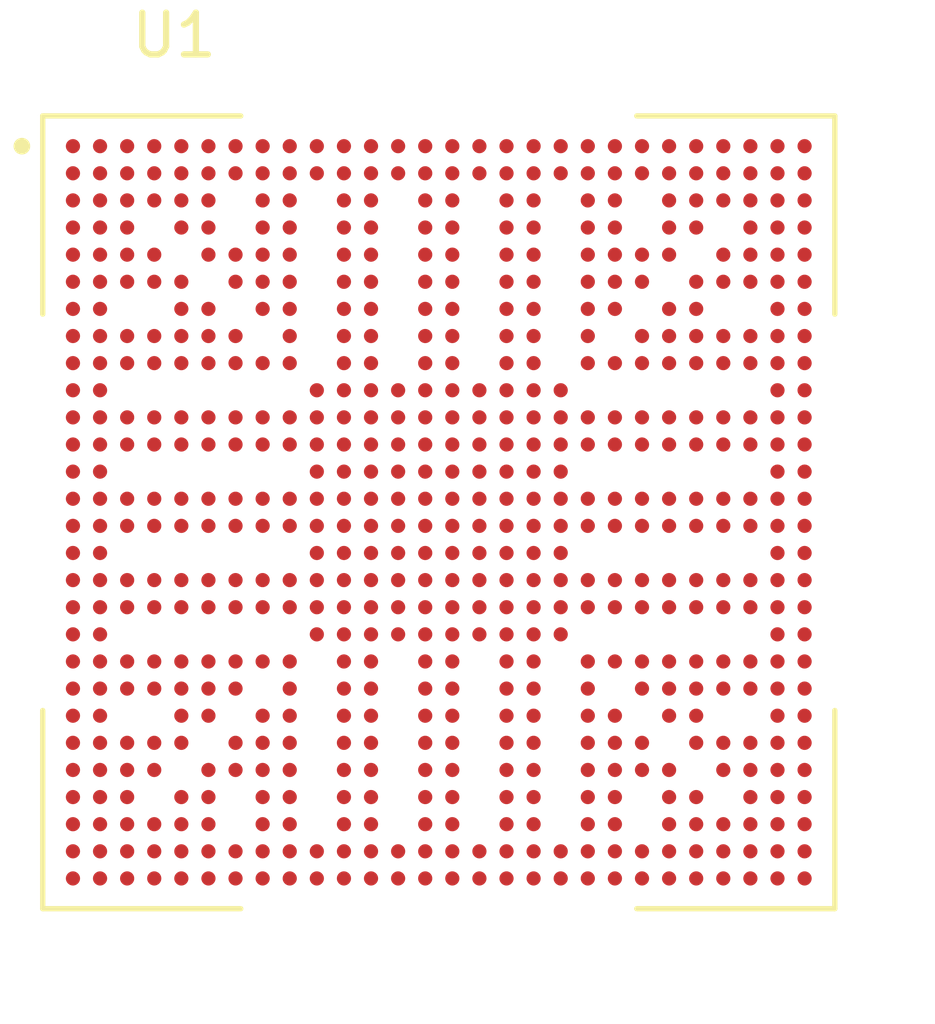
<source format=kicad_pcb>
(kicad_pcb (version 20241229) (generator "pcbnew") (generator_version "9.0")
  (layers (0 "F.Cu" signal) (2 "B.Cu" signal) (13 "F.Paste" user) (15 "B.Paste" user) (5 "F.SilkS" user "F.Silkscreen") (7 "B.SilkS" user "B.Silkscreen") (1 "F.Mask" user) (3 "B.Mask" user) (25 "Edge.Cuts" user))
  (net 0 "")
  (net 1 "Net-(U1C-VSS7-PadP12)")
  (net 6 "Net-(U1C-VSS8-PadT14)")
  (net 7 "Net-(U1A-AVSS3-PadAB12)")
  (net 12 "Net-(U1A-AVSS2-PadAA12)")
  (net 13 "Net-(U1B-VSS2-PadC11)")
  (net 17 "Net-(U1C-VSS10-PadAB2)")
  (net 24 "Net-(U1C-VSS9-PadAA23)")
  (net 25 "Net-(U1A-VDD_CPU-PadJ15)")
  (net 28 "Net-(U1D-DDRPHY_VDDQL-PadJ11)")
  (net 34 "Net-(U1B-VSS5-PadK12)")
  (net 36 "Net-(U1L-VCCIO6-PadR9)")
  (net 44 "Net-(U1A-VDD_NPU-PadM19)")
  (net 46 "Net-(U1B-VSS1-PadA1)")
  (net 49 "Net-(U1A-AVSS4-PadAE27)")
  (net 52 "Net-(U1B-VSS4-PadG17)")
  (net 54 "Net-(U1T-MULTI_PHY_AVDD_0V9-PadR20)")
  (net 60 "Net-(U1D-DDRPHY_VDDQ-PadH11)")
  (net 66 "Net-(U1B-VSS6-PadM11)")
  (net 71 "Net-(U1A-VDD_GPU-PadR13)")
  (net 72 "Net-(U1A-AVSS1-PadJ27)")
  (net 77 "Net-(U1B-VSS3-PadF1)")
  (net 86 "Net-(U1A-VDD_LOGIC-PadL12)")
  (net 96 "Net-(U1P-HDMI_TX_AVDD_0V9-PadV17)")
  (net 150 "Net-(U1V-PCIE30_AVDD_0V9-PadU20)")
  (net 263 "Net-(U1K-VCCIO5-PadV10)")
  (footprint "RK3568:BGA636C65P28X28_1900X1900X168" (layer "F.Cu") (at 143.525 97.025)
    (property "Reference" "U1" (at -6.35 -11.43 0) (layer "F.SilkS"))
    (property "Value" "RK3568")
    (pad "A1" smd circle (at -8.775 -8.775) (size 0.34 0.34) (layers "F.Cu" "F.Mask" "F.Paste") (net 46 "Net-(U1B-VSS1-PadA1)"))
    (pad "A2" smd circle (at -8.125 -8.775) (size 0.34 0.34) (layers "F.Cu" "F.Mask" "F.Paste"))
    (pad "A3" smd circle (at -7.475 -8.775) (size 0.34 0.34) (layers "F.Cu" "F.Mask" "F.Paste") (net 46 "Net-(U1B-VSS1-PadA1)"))
    (pad "A4" smd circle (at -6.825 -8.775) (size 0.34 0.34) (layers "F.Cu" "F.Mask" "F.Paste"))
    (pad "A5" smd circle (at -6.175 -8.775) (size 0.34 0.34) (layers "F.Cu" "F.Mask" "F.Paste"))
    (pad "A6" smd circle (at -5.525 -8.775) (size 0.34 0.34) (layers "F.Cu" "F.Mask" "F.Paste") (net 46 "Net-(U1B-VSS1-PadA1)"))
    (pad "A7" smd circle (at -4.875 -8.775) (size 0.34 0.34) (layers "F.Cu" "F.Mask" "F.Paste"))
    (pad "A8" smd circle (at -4.225 -8.775) (size 0.34 0.34) (layers "F.Cu" "F.Mask" "F.Paste"))
    (pad "A9" smd circle (at -3.575 -8.775) (size 0.34 0.34) (layers "F.Cu" "F.Mask" "F.Paste"))
    (pad "A10" smd circle (at -2.925 -8.775) (size 0.34 0.34) (layers "F.Cu" "F.Mask" "F.Paste") (net 46 "Net-(U1B-VSS1-PadA1)"))
    (pad "A11" smd circle (at -2.275 -8.775) (size 0.34 0.34) (layers "F.Cu" "F.Mask" "F.Paste"))
    (pad "A12" smd circle (at -1.625 -8.775) (size 0.34 0.34) (layers "F.Cu" "F.Mask" "F.Paste"))
    (pad "A13" smd circle (at -0.975 -8.775) (size 0.34 0.34) (layers "F.Cu" "F.Mask" "F.Paste"))
    (pad "A14" smd circle (at -0.325 -8.775) (size 0.34 0.34) (layers "F.Cu" "F.Mask" "F.Paste") (net 46 "Net-(U1B-VSS1-PadA1)"))
    (pad "A15" smd circle (at 0.325 -8.775) (size 0.34 0.34) (layers "F.Cu" "F.Mask" "F.Paste"))
    (pad "A16" smd circle (at 0.975 -8.775) (size 0.34 0.34) (layers "F.Cu" "F.Mask" "F.Paste"))
    (pad "A17" smd circle (at 1.625 -8.775) (size 0.34 0.34) (layers "F.Cu" "F.Mask" "F.Paste"))
    (pad "A18" smd circle (at 2.275 -8.775) (size 0.34 0.34) (layers "F.Cu" "F.Mask" "F.Paste") (net 46 "Net-(U1B-VSS1-PadA1)"))
    (pad "A19" smd circle (at 2.925 -8.775) (size 0.34 0.34) (layers "F.Cu" "F.Mask" "F.Paste"))
    (pad "A20" smd circle (at 3.575 -8.775) (size 0.34 0.34) (layers "F.Cu" "F.Mask" "F.Paste"))
    (pad "A21" smd circle (at 4.225 -8.775) (size 0.34 0.34) (layers "F.Cu" "F.Mask" "F.Paste"))
    (pad "A22" smd circle (at 4.875 -8.775) (size 0.34 0.34) (layers "F.Cu" "F.Mask" "F.Paste"))
    (pad "A23" smd circle (at 5.525 -8.775) (size 0.34 0.34) (layers "F.Cu" "F.Mask" "F.Paste"))
    (pad "A24" smd circle (at 6.175 -8.775) (size 0.34 0.34) (layers "F.Cu" "F.Mask" "F.Paste"))
    (pad "A25" smd circle (at 6.825 -8.775) (size 0.34 0.34) (layers "F.Cu" "F.Mask" "F.Paste"))
    (pad "A26" smd circle (at 7.475 -8.775) (size 0.34 0.34) (layers "F.Cu" "F.Mask" "F.Paste"))
    (pad "A27" smd circle (at 8.125 -8.775) (size 0.34 0.34) (layers "F.Cu" "F.Mask" "F.Paste"))
    (pad "A28" smd circle (at 8.775 -8.775) (size 0.34 0.34) (layers "F.Cu" "F.Mask" "F.Paste") (net 46 "Net-(U1B-VSS1-PadA1)"))
    (pad "AA1" smd circle (at -8.775 4.225) (size 0.34 0.34) (layers "F.Cu" "F.Mask" "F.Paste"))
    (pad "AA2" smd circle (at -8.125 4.225) (size 0.34 0.34) (layers "F.Cu" "F.Mask" "F.Paste"))
    (pad "AA3" smd circle (at -7.475 4.225) (size 0.34 0.34) (layers "F.Cu" "F.Mask" "F.Paste"))
    (pad "AA4" smd circle (at -6.825 4.225) (size 0.34 0.34) (layers "F.Cu" "F.Mask" "F.Paste") (net 24 "Net-(U1C-VSS9-PadAA23)"))
    (pad "AA5" smd circle (at -6.175 4.225) (size 0.34 0.34) (layers "F.Cu" "F.Mask" "F.Paste"))
    (pad "AA6" smd circle (at -5.525 4.225) (size 0.34 0.34) (layers "F.Cu" "F.Mask" "F.Paste"))
    (pad "AA7" smd circle (at -4.875 4.225) (size 0.34 0.34) (layers "F.Cu" "F.Mask" "F.Paste"))
    (pad "AA9" smd circle (at -3.575 4.225) (size 0.34 0.34) (layers "F.Cu" "F.Mask" "F.Paste") (net 24 "Net-(U1C-VSS9-PadAA23)"))
    (pad "AA11" smd circle (at -2.275 4.225) (size 0.34 0.34) (layers "F.Cu" "F.Mask" "F.Paste"))
    (pad "AA12" smd circle (at -1.625 4.225) (size 0.34 0.34) (layers "F.Cu" "F.Mask" "F.Paste") (net 12 "Net-(U1A-AVSS2-PadAA12)"))
    (pad "AA14" smd circle (at -0.325 4.225) (size 0.34 0.34) (layers "F.Cu" "F.Mask" "F.Paste") (net 12 "Net-(U1A-AVSS2-PadAA12)"))
    (pad "AA15" smd circle (at 0.325 4.225) (size 0.34 0.34) (layers "F.Cu" "F.Mask" "F.Paste") (net 12 "Net-(U1A-AVSS2-PadAA12)"))
    (pad "AA17" smd circle (at 1.625 4.225) (size 0.34 0.34) (layers "F.Cu" "F.Mask" "F.Paste") (net 12 "Net-(U1A-AVSS2-PadAA12)"))
    (pad "AA18" smd circle (at 2.275 4.225) (size 0.34 0.34) (layers "F.Cu" "F.Mask" "F.Paste"))
    (pad "AA20" smd circle (at 3.575 4.225) (size 0.34 0.34) (layers "F.Cu" "F.Mask" "F.Paste"))
    (pad "AA22" smd circle (at 4.875 4.225) (size 0.34 0.34) (layers "F.Cu" "F.Mask" "F.Paste"))
    (pad "AA23" smd circle (at 5.525 4.225) (size 0.34 0.34) (layers "F.Cu" "F.Mask" "F.Paste") (net 24 "Net-(U1C-VSS9-PadAA23)"))
    (pad "AA24" smd circle (at 6.175 4.225) (size 0.34 0.34) (layers "F.Cu" "F.Mask" "F.Paste") (net 12 "Net-(U1A-AVSS2-PadAA12)"))
    (pad "AA25" smd circle (at 6.825 4.225) (size 0.34 0.34) (layers "F.Cu" "F.Mask" "F.Paste"))
    (pad "AA26" smd circle (at 7.475 4.225) (size 0.34 0.34) (layers "F.Cu" "F.Mask" "F.Paste") (net 12 "Net-(U1A-AVSS2-PadAA12)"))
    (pad "AA27" smd circle (at 8.125 4.225) (size 0.34 0.34) (layers "F.Cu" "F.Mask" "F.Paste"))
    (pad "AA28" smd circle (at 8.775 4.225) (size 0.34 0.34) (layers "F.Cu" "F.Mask" "F.Paste"))
    (pad "AB1" smd circle (at -8.775 4.875) (size 0.34 0.34) (layers "F.Cu" "F.Mask" "F.Paste"))
    (pad "AB2" smd circle (at -8.125 4.875) (size 0.34 0.34) (layers "F.Cu" "F.Mask" "F.Paste") (net 17 "Net-(U1C-VSS10-PadAB2)"))
    (pad "AB5" smd circle (at -6.175 4.875) (size 0.34 0.34) (layers "F.Cu" "F.Mask" "F.Paste"))
    (pad "AB6" smd circle (at -5.525 4.875) (size 0.34 0.34) (layers "F.Cu" "F.Mask" "F.Paste") (net 17 "Net-(U1C-VSS10-PadAB2)"))
    (pad "AB8" smd circle (at -4.225 4.875) (size 0.34 0.34) (layers "F.Cu" "F.Mask" "F.Paste"))
    (pad "AB9" smd circle (at -3.575 4.875) (size 0.34 0.34) (layers "F.Cu" "F.Mask" "F.Paste"))
    (pad "AB11" smd circle (at -2.275 4.875) (size 0.34 0.34) (layers "F.Cu" "F.Mask" "F.Paste") (net 12 "Net-(U1A-AVSS2-PadAA12)"))
    (pad "AB12" smd circle (at -1.625 4.875) (size 0.34 0.34) (layers "F.Cu" "F.Mask" "F.Paste") (net 7 "Net-(U1A-AVSS3-PadAB12)"))
    (pad "AB14" smd circle (at -0.325 4.875) (size 0.34 0.34) (layers "F.Cu" "F.Mask" "F.Paste") (net 7 "Net-(U1A-AVSS3-PadAB12)"))
    (pad "AB15" smd circle (at 0.325 4.875) (size 0.34 0.34) (layers "F.Cu" "F.Mask" "F.Paste") (net 7 "Net-(U1A-AVSS3-PadAB12)"))
    (pad "AB17" smd circle (at 1.625 4.875) (size 0.34 0.34) (layers "F.Cu" "F.Mask" "F.Paste") (net 7 "Net-(U1A-AVSS3-PadAB12)"))
    (pad "AB18" smd circle (at 2.275 4.875) (size 0.34 0.34) (layers "F.Cu" "F.Mask" "F.Paste"))
    (pad "AB20" smd circle (at 3.575 4.875) (size 0.34 0.34) (layers "F.Cu" "F.Mask" "F.Paste"))
    (pad "AB21" smd circle (at 4.225 4.875) (size 0.34 0.34) (layers "F.Cu" "F.Mask" "F.Paste"))
    (pad "AB23" smd circle (at 5.525 4.875) (size 0.34 0.34) (layers "F.Cu" "F.Mask" "F.Paste"))
    (pad "AB24" smd circle (at 6.175 4.875) (size 0.34 0.34) (layers "F.Cu" "F.Mask" "F.Paste"))
    (pad "AB27" smd circle (at 8.125 4.875) (size 0.34 0.34) (layers "F.Cu" "F.Mask" "F.Paste"))
    (pad "AB28" smd circle (at 8.775 4.875) (size 0.34 0.34) (layers "F.Cu" "F.Mask" "F.Paste"))
    (pad "AC1" smd circle (at -8.775 5.525) (size 0.34 0.34) (layers "F.Cu" "F.Mask" "F.Paste"))
    (pad "AC2" smd circle (at -8.125 5.525) (size 0.34 0.34) (layers "F.Cu" "F.Mask" "F.Paste"))
    (pad "AC3" smd circle (at -7.475 5.525) (size 0.34 0.34) (layers "F.Cu" "F.Mask" "F.Paste"))
    (pad "AC4" smd circle (at -6.825 5.525) (size 0.34 0.34) (layers "F.Cu" "F.Mask" "F.Paste"))
    (pad "AC5" smd circle (at -6.175 5.525) (size 0.34 0.34) (layers "F.Cu" "F.Mask" "F.Paste"))
    (pad "AC7" smd circle (at -4.875 5.525) (size 0.34 0.34) (layers "F.Cu" "F.Mask" "F.Paste"))
    (pad "AC8" smd circle (at -4.225 5.525) (size 0.34 0.34) (layers "F.Cu" "F.Mask" "F.Paste"))
    (pad "AC9" smd circle (at -3.575 5.525) (size 0.34 0.34) (layers "F.Cu" "F.Mask" "F.Paste") (net 7 "Net-(U1A-AVSS3-PadAB12)"))
    (pad "AC11" smd circle (at -2.275 5.525) (size 0.34 0.34) (layers "F.Cu" "F.Mask" "F.Paste") (net 7 "Net-(U1A-AVSS3-PadAB12)"))
    (pad "AC12" smd circle (at -1.625 5.525) (size 0.34 0.34) (layers "F.Cu" "F.Mask" "F.Paste") (net 7 "Net-(U1A-AVSS3-PadAB12)"))
    (pad "AC14" smd circle (at -0.325 5.525) (size 0.34 0.34) (layers "F.Cu" "F.Mask" "F.Paste"))
    (pad "AC15" smd circle (at 0.325 5.525) (size 0.34 0.34) (layers "F.Cu" "F.Mask" "F.Paste") (net 7 "Net-(U1A-AVSS3-PadAB12)"))
    (pad "AC17" smd circle (at 1.625 5.525) (size 0.34 0.34) (layers "F.Cu" "F.Mask" "F.Paste"))
    (pad "AC18" smd circle (at 2.275 5.525) (size 0.34 0.34) (layers "F.Cu" "F.Mask" "F.Paste") (net 7 "Net-(U1A-AVSS3-PadAB12)"))
    (pad "AC20" smd circle (at 3.575 5.525) (size 0.34 0.34) (layers "F.Cu" "F.Mask" "F.Paste"))
    (pad "AC21" smd circle (at 4.225 5.525) (size 0.34 0.34) (layers "F.Cu" "F.Mask" "F.Paste"))
    (pad "AC22" smd circle (at 4.875 5.525) (size 0.34 0.34) (layers "F.Cu" "F.Mask" "F.Paste"))
    (pad "AC24" smd circle (at 6.175 5.525) (size 0.34 0.34) (layers "F.Cu" "F.Mask" "F.Paste"))
    (pad "AC25" smd circle (at 6.825 5.525) (size 0.34 0.34) (layers "F.Cu" "F.Mask" "F.Paste") (net 7 "Net-(U1A-AVSS3-PadAB12)"))
    (pad "AC26" smd circle (at 7.475 5.525) (size 0.34 0.34) (layers "F.Cu" "F.Mask" "F.Paste") (net 7 "Net-(U1A-AVSS3-PadAB12)"))
    (pad "AC27" smd circle (at 8.125 5.525) (size 0.34 0.34) (layers "F.Cu" "F.Mask" "F.Paste"))
    (pad "AC28" smd circle (at 8.775 5.525) (size 0.34 0.34) (layers "F.Cu" "F.Mask" "F.Paste"))
    (pad "AD1" smd circle (at -8.775 6.175) (size 0.34 0.34) (layers "F.Cu" "F.Mask" "F.Paste"))
    (pad "AD2" smd circle (at -8.125 6.175) (size 0.34 0.34) (layers "F.Cu" "F.Mask" "F.Paste"))
    (pad "AD3" smd circle (at -7.475 6.175) (size 0.34 0.34) (layers "F.Cu" "F.Mask" "F.Paste") (net 17 "Net-(U1C-VSS10-PadAB2)"))
    (pad "AD4" smd circle (at -6.825 6.175) (size 0.34 0.34) (layers "F.Cu" "F.Mask" "F.Paste"))
    (pad "AD6" smd circle (at -5.525 6.175) (size 0.34 0.34) (layers "F.Cu" "F.Mask" "F.Paste"))
    (pad "AD7" smd circle (at -4.875 6.175) (size 0.34 0.34) (layers "F.Cu" "F.Mask" "F.Paste"))
    (pad "AD8" smd circle (at -4.225 6.175) (size 0.34 0.34) (layers "F.Cu" "F.Mask" "F.Paste"))
    (pad "AD9" smd circle (at -3.575 6.175) (size 0.34 0.34) (layers "F.Cu" "F.Mask" "F.Paste"))
    (pad "AD11" smd circle (at -2.275 6.175) (size 0.34 0.34) (layers "F.Cu" "F.Mask" "F.Paste"))
    (pad "AD12" smd circle (at -1.625 6.175) (size 0.34 0.34) (layers "F.Cu" "F.Mask" "F.Paste"))
    (pad "AD14" smd circle (at -0.325 6.175) (size 0.34 0.34) (layers "F.Cu" "F.Mask" "F.Paste"))
    (pad "AD15" smd circle (at 0.325 6.175) (size 0.34 0.34) (layers "F.Cu" "F.Mask" "F.Paste"))
    (pad "AD17" smd circle (at 1.625 6.175) (size 0.34 0.34) (layers "F.Cu" "F.Mask" "F.Paste"))
    (pad "AD18" smd circle (at 2.275 6.175) (size 0.34 0.34) (layers "F.Cu" "F.Mask" "F.Paste"))
    (pad "AD20" smd circle (at 3.575 6.175) (size 0.34 0.34) (layers "F.Cu" "F.Mask" "F.Paste"))
    (pad "AD21" smd circle (at 4.225 6.175) (size 0.34 0.34) (layers "F.Cu" "F.Mask" "F.Paste"))
    (pad "AD22" smd circle (at 4.875 6.175) (size 0.34 0.34) (layers "F.Cu" "F.Mask" "F.Paste"))
    (pad "AD23" smd circle (at 5.525 6.175) (size 0.34 0.34) (layers "F.Cu" "F.Mask" "F.Paste"))
    (pad "AD25" smd circle (at 6.825 6.175) (size 0.34 0.34) (layers "F.Cu" "F.Mask" "F.Paste"))
    (pad "AD26" smd circle (at 7.475 6.175) (size 0.34 0.34) (layers "F.Cu" "F.Mask" "F.Paste") (net 7 "Net-(U1A-AVSS3-PadAB12)"))
    (pad "AD27" smd circle (at 8.125 6.175) (size 0.34 0.34) (layers "F.Cu" "F.Mask" "F.Paste"))
    (pad "AD28" smd circle (at 8.775 6.175) (size 0.34 0.34) (layers "F.Cu" "F.Mask" "F.Paste"))
    (pad "AE1" smd circle (at -8.775 6.825) (size 0.34 0.34) (layers "F.Cu" "F.Mask" "F.Paste"))
    (pad "AE2" smd circle (at -8.125 6.825) (size 0.34 0.34) (layers "F.Cu" "F.Mask" "F.Paste"))
    (pad "AE3" smd circle (at -7.475 6.825) (size 0.34 0.34) (layers "F.Cu" "F.Mask" "F.Paste"))
    (pad "AE5" smd circle (at -6.175 6.825) (size 0.34 0.34) (layers "F.Cu" "F.Mask" "F.Paste"))
    (pad "AE6" smd circle (at -5.525 6.825) (size 0.34 0.34) (layers "F.Cu" "F.Mask" "F.Paste") (net 17 "Net-(U1C-VSS10-PadAB2)"))
    (pad "AE8" smd circle (at -4.225 6.825) (size 0.34 0.34) (layers "F.Cu" "F.Mask" "F.Paste"))
    (pad "AE9" smd circle (at -3.575 6.825) (size 0.34 0.34) (layers "F.Cu" "F.Mask" "F.Paste"))
    (pad "AE11" smd circle (at -2.275 6.825) (size 0.34 0.34) (layers "F.Cu" "F.Mask" "F.Paste"))
    (pad "AE12" smd circle (at -1.625 6.825) (size 0.34 0.34) (layers "F.Cu" "F.Mask" "F.Paste"))
    (pad "AE14" smd circle (at -0.325 6.825) (size 0.34 0.34) (layers "F.Cu" "F.Mask" "F.Paste") (net 7 "Net-(U1A-AVSS3-PadAB12)"))
    (pad "AE15" smd circle (at 0.325 6.825) (size 0.34 0.34) (layers "F.Cu" "F.Mask" "F.Paste"))
    (pad "AE17" smd circle (at 1.625 6.825) (size 0.34 0.34) (layers "F.Cu" "F.Mask" "F.Paste") (net 7 "Net-(U1A-AVSS3-PadAB12)"))
    (pad "AE18" smd circle (at 2.275 6.825) (size 0.34 0.34) (layers "F.Cu" "F.Mask" "F.Paste"))
    (pad "AE20" smd circle (at 3.575 6.825) (size 0.34 0.34) (layers "F.Cu" "F.Mask" "F.Paste") (net 7 "Net-(U1A-AVSS3-PadAB12)"))
    (pad "AE21" smd circle (at 4.225 6.825) (size 0.34 0.34) (layers "F.Cu" "F.Mask" "F.Paste") (net 17 "Net-(U1C-VSS10-PadAB2)"))
    (pad "AE23" smd circle (at 5.525 6.825) (size 0.34 0.34) (layers "F.Cu" "F.Mask" "F.Paste"))
    (pad "AE24" smd circle (at 6.175 6.825) (size 0.34 0.34) (layers "F.Cu" "F.Mask" "F.Paste"))
    (pad "AE26" smd circle (at 7.475 6.825) (size 0.34 0.34) (layers "F.Cu" "F.Mask" "F.Paste"))
    (pad "AE27" smd circle (at 8.125 6.825) (size 0.34 0.34) (layers "F.Cu" "F.Mask" "F.Paste") (net 49 "Net-(U1A-AVSS4-PadAE27)"))
    (pad "AE28" smd circle (at 8.775 6.825) (size 0.34 0.34) (layers "F.Cu" "F.Mask" "F.Paste") (net 49 "Net-(U1A-AVSS4-PadAE27)"))
    (pad "AF1" smd circle (at -8.775 7.475) (size 0.34 0.34) (layers "F.Cu" "F.Mask" "F.Paste"))
    (pad "AF2" smd circle (at -8.125 7.475) (size 0.34 0.34) (layers "F.Cu" "F.Mask" "F.Paste"))
    (pad "AF3" smd circle (at -7.475 7.475) (size 0.34 0.34) (layers "F.Cu" "F.Mask" "F.Paste") (net 17 "Net-(U1C-VSS10-PadAB2)"))
    (pad "AF4" smd circle (at -6.825 7.475) (size 0.34 0.34) (layers "F.Cu" "F.Mask" "F.Paste"))
    (pad "AF5" smd circle (at -6.175 7.475) (size 0.34 0.34) (layers "F.Cu" "F.Mask" "F.Paste"))
    (pad "AF6" smd circle (at -5.525 7.475) (size 0.34 0.34) (layers "F.Cu" "F.Mask" "F.Paste"))
    (pad "AF8" smd circle (at -4.225 7.475) (size 0.34 0.34) (layers "F.Cu" "F.Mask" "F.Paste"))
    (pad "AF9" smd circle (at -3.575 7.475) (size 0.34 0.34) (layers "F.Cu" "F.Mask" "F.Paste") (net 49 "Net-(U1A-AVSS4-PadAE27)"))
    (pad "AF11" smd circle (at -2.275 7.475) (size 0.34 0.34) (layers "F.Cu" "F.Mask" "F.Paste") (net 49 "Net-(U1A-AVSS4-PadAE27)"))
    (pad "AF12" smd circle (at -1.625 7.475) (size 0.34 0.34) (layers "F.Cu" "F.Mask" "F.Paste") (net 49 "Net-(U1A-AVSS4-PadAE27)"))
    (pad "AF14" smd circle (at -0.325 7.475) (size 0.34 0.34) (layers "F.Cu" "F.Mask" "F.Paste") (net 49 "Net-(U1A-AVSS4-PadAE27)"))
    (pad "AF15" smd circle (at 0.325 7.475) (size 0.34 0.34) (layers "F.Cu" "F.Mask" "F.Paste") (net 49 "Net-(U1A-AVSS4-PadAE27)"))
    (pad "AF17" smd circle (at 1.625 7.475) (size 0.34 0.34) (layers "F.Cu" "F.Mask" "F.Paste") (net 49 "Net-(U1A-AVSS4-PadAE27)"))
    (pad "AF18" smd circle (at 2.275 7.475) (size 0.34 0.34) (layers "F.Cu" "F.Mask" "F.Paste") (net 49 "Net-(U1A-AVSS4-PadAE27)"))
    (pad "AF20" smd circle (at 3.575 7.475) (size 0.34 0.34) (layers "F.Cu" "F.Mask" "F.Paste") (net 49 "Net-(U1A-AVSS4-PadAE27)"))
    (pad "AF21" smd circle (at 4.225 7.475) (size 0.34 0.34) (layers "F.Cu" "F.Mask" "F.Paste") (net 49 "Net-(U1A-AVSS4-PadAE27)"))
    (pad "AF23" smd circle (at 5.525 7.475) (size 0.34 0.34) (layers "F.Cu" "F.Mask" "F.Paste"))
    (pad "AF24" smd circle (at 6.175 7.475) (size 0.34 0.34) (layers "F.Cu" "F.Mask" "F.Paste"))
    (pad "AF25" smd circle (at 6.825 7.475) (size 0.34 0.34) (layers "F.Cu" "F.Mask" "F.Paste"))
    (pad "AF26" smd circle (at 7.475 7.475) (size 0.34 0.34) (layers "F.Cu" "F.Mask" "F.Paste") (net 17 "Net-(U1C-VSS10-PadAB2)"))
    (pad "AF27" smd circle (at 8.125 7.475) (size 0.34 0.34) (layers "F.Cu" "F.Mask" "F.Paste"))
    (pad "AF28" smd circle (at 8.775 7.475) (size 0.34 0.34) (layers "F.Cu" "F.Mask" "F.Paste"))
    (pad "AG1" smd circle (at -8.775 8.125) (size 0.34 0.34) (layers "F.Cu" "F.Mask" "F.Paste"))
    (pad "AG2" smd circle (at -8.125 8.125) (size 0.34 0.34) (layers "F.Cu" "F.Mask" "F.Paste"))
    (pad "AG3" smd circle (at -7.475 8.125) (size 0.34 0.34) (layers "F.Cu" "F.Mask" "F.Paste"))
    (pad "AG4" smd circle (at -6.825 8.125) (size 0.34 0.34) (layers "F.Cu" "F.Mask" "F.Paste"))
    (pad "AG5" smd circle (at -6.175 8.125) (size 0.34 0.34) (layers "F.Cu" "F.Mask" "F.Paste") (net 17 "Net-(U1C-VSS10-PadAB2)"))
    (pad "AG6" smd circle (at -5.525 8.125) (size 0.34 0.34) (layers "F.Cu" "F.Mask" "F.Paste"))
    (pad "AG7" smd circle (at -4.875 8.125) (size 0.34 0.34) (layers "F.Cu" "F.Mask" "F.Paste"))
    (pad "AG8" smd circle (at -4.225 8.125) (size 0.34 0.34) (layers "F.Cu" "F.Mask" "F.Paste"))
    (pad "AG9" smd circle (at -3.575 8.125) (size 0.34 0.34) (layers "F.Cu" "F.Mask" "F.Paste"))
    (pad "AG10" smd circle (at -2.925 8.125) (size 0.34 0.34) (layers "F.Cu" "F.Mask" "F.Paste"))
    (pad "AG11" smd circle (at -2.275 8.125) (size 0.34 0.34) (layers "F.Cu" "F.Mask" "F.Paste"))
    (pad "AG12" smd circle (at -1.625 8.125) (size 0.34 0.34) (layers "F.Cu" "F.Mask" "F.Paste"))
    (pad "AG13" smd circle (at -0.975 8.125) (size 0.34 0.34) (layers "F.Cu" "F.Mask" "F.Paste"))
    (pad "AG14" smd circle (at -0.325 8.125) (size 0.34 0.34) (layers "F.Cu" "F.Mask" "F.Paste"))
    (pad "AG15" smd circle (at 0.325 8.125) (size 0.34 0.34) (layers "F.Cu" "F.Mask" "F.Paste"))
    (pad "AG16" smd circle (at 0.975 8.125) (size 0.34 0.34) (layers "F.Cu" "F.Mask" "F.Paste"))
    (pad "AG17" smd circle (at 1.625 8.125) (size 0.34 0.34) (layers "F.Cu" "F.Mask" "F.Paste"))
    (pad "AG18" smd circle (at 2.275 8.125) (size 0.34 0.34) (layers "F.Cu" "F.Mask" "F.Paste") (net 49 "Net-(U1A-AVSS4-PadAE27)"))
    (pad "AG19" smd circle (at 2.925 8.125) (size 0.34 0.34) (layers "F.Cu" "F.Mask" "F.Paste"))
    (pad "AG20" smd circle (at 3.575 8.125) (size 0.34 0.34) (layers "F.Cu" "F.Mask" "F.Paste"))
    (pad "AG21" smd circle (at 4.225 8.125) (size 0.34 0.34) (layers "F.Cu" "F.Mask" "F.Paste"))
    (pad "AG22" smd circle (at 4.875 8.125) (size 0.34 0.34) (layers "F.Cu" "F.Mask" "F.Paste"))
    (pad "AG23" smd circle (at 5.525 8.125) (size 0.34 0.34) (layers "F.Cu" "F.Mask" "F.Paste"))
    (pad "AG24" smd circle (at 6.175 8.125) (size 0.34 0.34) (layers "F.Cu" "F.Mask" "F.Paste"))
    (pad "AG25" smd circle (at 6.825 8.125) (size 0.34 0.34) (layers "F.Cu" "F.Mask" "F.Paste"))
    (pad "AG26" smd circle (at 7.475 8.125) (size 0.34 0.34) (layers "F.Cu" "F.Mask" "F.Paste"))
    (pad "AG27" smd circle (at 8.125 8.125) (size 0.34 0.34) (layers "F.Cu" "F.Mask" "F.Paste"))
    (pad "AG28" smd circle (at 8.775 8.125) (size 0.34 0.34) (layers "F.Cu" "F.Mask" "F.Paste"))
    (pad "AH1" smd circle (at -8.775 8.775) (size 0.34 0.34) (layers "F.Cu" "F.Mask" "F.Paste") (net 17 "Net-(U1C-VSS10-PadAB2)"))
    (pad "AH2" smd circle (at -8.125 8.775) (size 0.34 0.34) (layers "F.Cu" "F.Mask" "F.Paste"))
    (pad "AH3" smd circle (at -7.475 8.775) (size 0.34 0.34) (layers "F.Cu" "F.Mask" "F.Paste"))
    (pad "AH4" smd circle (at -6.825 8.775) (size 0.34 0.34) (layers "F.Cu" "F.Mask" "F.Paste"))
    (pad "AH5" smd circle (at -6.175 8.775) (size 0.34 0.34) (layers "F.Cu" "F.Mask" "F.Paste"))
    (pad "AH6" smd circle (at -5.525 8.775) (size 0.34 0.34) (layers "F.Cu" "F.Mask" "F.Paste"))
    (pad "AH7" smd circle (at -4.875 8.775) (size 0.34 0.34) (layers "F.Cu" "F.Mask" "F.Paste"))
    (pad "AH8" smd circle (at -4.225 8.775) (size 0.34 0.34) (layers "F.Cu" "F.Mask" "F.Paste") (net 17 "Net-(U1C-VSS10-PadAB2)"))
    (pad "AH9" smd circle (at -3.575 8.775) (size 0.34 0.34) (layers "F.Cu" "F.Mask" "F.Paste"))
    (pad "AH10" smd circle (at -2.925 8.775) (size 0.34 0.34) (layers "F.Cu" "F.Mask" "F.Paste"))
    (pad "AH11" smd circle (at -2.275 8.775) (size 0.34 0.34) (layers "F.Cu" "F.Mask" "F.Paste"))
    (pad "AH12" smd circle (at -1.625 8.775) (size 0.34 0.34) (layers "F.Cu" "F.Mask" "F.Paste"))
    (pad "AH13" smd circle (at -0.975 8.775) (size 0.34 0.34) (layers "F.Cu" "F.Mask" "F.Paste"))
    (pad "AH14" smd circle (at -0.325 8.775) (size 0.34 0.34) (layers "F.Cu" "F.Mask" "F.Paste"))
    (pad "AH15" smd circle (at 0.325 8.775) (size 0.34 0.34) (layers "F.Cu" "F.Mask" "F.Paste"))
    (pad "AH16" smd circle (at 0.975 8.775) (size 0.34 0.34) (layers "F.Cu" "F.Mask" "F.Paste"))
    (pad "AH17" smd circle (at 1.625 8.775) (size 0.34 0.34) (layers "F.Cu" "F.Mask" "F.Paste"))
    (pad "AH18" smd circle (at 2.275 8.775) (size 0.34 0.34) (layers "F.Cu" "F.Mask" "F.Paste") (net 49 "Net-(U1A-AVSS4-PadAE27)"))
    (pad "AH19" smd circle (at 2.925 8.775) (size 0.34 0.34) (layers "F.Cu" "F.Mask" "F.Paste"))
    (pad "AH20" smd circle (at 3.575 8.775) (size 0.34 0.34) (layers "F.Cu" "F.Mask" "F.Paste"))
    (pad "AH21" smd circle (at 4.225 8.775) (size 0.34 0.34) (layers "F.Cu" "F.Mask" "F.Paste"))
    (pad "AH22" smd circle (at 4.875 8.775) (size 0.34 0.34) (layers "F.Cu" "F.Mask" "F.Paste"))
    (pad "AH23" smd circle (at 5.525 8.775) (size 0.34 0.34) (layers "F.Cu" "F.Mask" "F.Paste") (net 49 "Net-(U1A-AVSS4-PadAE27)"))
    (pad "AH24" smd circle (at 6.175 8.775) (size 0.34 0.34) (layers "F.Cu" "F.Mask" "F.Paste"))
    (pad "AH25" smd circle (at 6.825 8.775) (size 0.34 0.34) (layers "F.Cu" "F.Mask" "F.Paste"))
    (pad "AH26" smd circle (at 7.475 8.775) (size 0.34 0.34) (layers "F.Cu" "F.Mask" "F.Paste"))
    (pad "AH27" smd circle (at 8.125 8.775) (size 0.34 0.34) (layers "F.Cu" "F.Mask" "F.Paste"))
    (pad "AH28" smd circle (at 8.775 8.775) (size 0.34 0.34) (layers "F.Cu" "F.Mask" "F.Paste") (net 17 "Net-(U1C-VSS10-PadAB2)"))
    (pad "B1" smd circle (at -8.775 -8.125) (size 0.34 0.34) (layers "F.Cu" "F.Mask" "F.Paste"))
    (pad "B2" smd circle (at -8.125 -8.125) (size 0.34 0.34) (layers "F.Cu" "F.Mask" "F.Paste"))
    (pad "B3" smd circle (at -7.475 -8.125) (size 0.34 0.34) (layers "F.Cu" "F.Mask" "F.Paste"))
    (pad "B4" smd circle (at -6.825 -8.125) (size 0.34 0.34) (layers "F.Cu" "F.Mask" "F.Paste"))
    (pad "B5" smd circle (at -6.175 -8.125) (size 0.34 0.34) (layers "F.Cu" "F.Mask" "F.Paste") (net 46 "Net-(U1B-VSS1-PadA1)"))
    (pad "B6" smd circle (at -5.525 -8.125) (size 0.34 0.34) (layers "F.Cu" "F.Mask" "F.Paste"))
    (pad "B7" smd circle (at -4.875 -8.125) (size 0.34 0.34) (layers "F.Cu" "F.Mask" "F.Paste"))
    (pad "B8" smd circle (at -4.225 -8.125) (size 0.34 0.34) (layers "F.Cu" "F.Mask" "F.Paste"))
    (pad "B9" smd circle (at -3.575 -8.125) (size 0.34 0.34) (layers "F.Cu" "F.Mask" "F.Paste") (net 46 "Net-(U1B-VSS1-PadA1)"))
    (pad "B10" smd circle (at -2.925 -8.125) (size 0.34 0.34) (layers "F.Cu" "F.Mask" "F.Paste"))
    (pad "B11" smd circle (at -2.275 -8.125) (size 0.34 0.34) (layers "F.Cu" "F.Mask" "F.Paste"))
    (pad "B12" smd circle (at -1.625 -8.125) (size 0.34 0.34) (layers "F.Cu" "F.Mask" "F.Paste") (net 46 "Net-(U1B-VSS1-PadA1)"))
    (pad "B13" smd circle (at -0.975 -8.125) (size 0.34 0.34) (layers "F.Cu" "F.Mask" "F.Paste"))
    (pad "B14" smd circle (at -0.325 -8.125) (size 0.34 0.34) (layers "F.Cu" "F.Mask" "F.Paste"))
    (pad "B15" smd circle (at 0.325 -8.125) (size 0.34 0.34) (layers "F.Cu" "F.Mask" "F.Paste"))
    (pad "B16" smd circle (at 0.975 -8.125) (size 0.34 0.34) (layers "F.Cu" "F.Mask" "F.Paste") (net 46 "Net-(U1B-VSS1-PadA1)"))
    (pad "B17" smd circle (at 1.625 -8.125) (size 0.34 0.34) (layers "F.Cu" "F.Mask" "F.Paste"))
    (pad "B18" smd circle (at 2.275 -8.125) (size 0.34 0.34) (layers "F.Cu" "F.Mask" "F.Paste"))
    (pad "B19" smd circle (at 2.925 -8.125) (size 0.34 0.34) (layers "F.Cu" "F.Mask" "F.Paste"))
    (pad "B20" smd circle (at 3.575 -8.125) (size 0.34 0.34) (layers "F.Cu" "F.Mask" "F.Paste"))
    (pad "B21" smd circle (at 4.225 -8.125) (size 0.34 0.34) (layers "F.Cu" "F.Mask" "F.Paste"))
    (pad "B22" smd circle (at 4.875 -8.125) (size 0.34 0.34) (layers "F.Cu" "F.Mask" "F.Paste"))
    (pad "B23" smd circle (at 5.525 -8.125) (size 0.34 0.34) (layers "F.Cu" "F.Mask" "F.Paste") (net 46 "Net-(U1B-VSS1-PadA1)"))
    (pad "B24" smd circle (at 6.175 -8.125) (size 0.34 0.34) (layers "F.Cu" "F.Mask" "F.Paste"))
    (pad "B25" smd circle (at 6.825 -8.125) (size 0.34 0.34) (layers "F.Cu" "F.Mask" "F.Paste"))
    (pad "B26" smd circle (at 7.475 -8.125) (size 0.34 0.34) (layers "F.Cu" "F.Mask" "F.Paste") (net 46 "Net-(U1B-VSS1-PadA1)"))
    (pad "B27" smd circle (at 8.125 -8.125) (size 0.34 0.34) (layers "F.Cu" "F.Mask" "F.Paste"))
    (pad "B28" smd circle (at 8.775 -8.125) (size 0.34 0.34) (layers "F.Cu" "F.Mask" "F.Paste"))
    (pad "C1" smd circle (at -8.775 -7.475) (size 0.34 0.34) (layers "F.Cu" "F.Mask" "F.Paste"))
    (pad "C2" smd circle (at -8.125 -7.475) (size 0.34 0.34) (layers "F.Cu" "F.Mask" "F.Paste"))
    (pad "C3" smd circle (at -7.475 -7.475) (size 0.34 0.34) (layers "F.Cu" "F.Mask" "F.Paste") (net 46 "Net-(U1B-VSS1-PadA1)"))
    (pad "C4" smd circle (at -6.825 -7.475) (size 0.34 0.34) (layers "F.Cu" "F.Mask" "F.Paste"))
    (pad "C5" smd circle (at -6.175 -7.475) (size 0.34 0.34) (layers "F.Cu" "F.Mask" "F.Paste"))
    (pad "C6" smd circle (at -5.525 -7.475) (size 0.34 0.34) (layers "F.Cu" "F.Mask" "F.Paste") (net 46 "Net-(U1B-VSS1-PadA1)"))
    (pad "C8" smd circle (at -4.225 -7.475) (size 0.34 0.34) (layers "F.Cu" "F.Mask" "F.Paste") (net 13 "Net-(U1B-VSS2-PadC11)"))
    (pad "C9" smd circle (at -3.575 -7.475) (size 0.34 0.34) (layers "F.Cu" "F.Mask" "F.Paste") (net 13 "Net-(U1B-VSS2-PadC11)"))
    (pad "C11" smd circle (at -2.275 -7.475) (size 0.34 0.34) (layers "F.Cu" "F.Mask" "F.Paste") (net 13 "Net-(U1B-VSS2-PadC11)"))
    (pad "C12" smd circle (at -1.625 -7.475) (size 0.34 0.34) (layers "F.Cu" "F.Mask" "F.Paste") (net 13 "Net-(U1B-VSS2-PadC11)"))
    (pad "C14" smd circle (at -0.325 -7.475) (size 0.34 0.34) (layers "F.Cu" "F.Mask" "F.Paste") (net 13 "Net-(U1B-VSS2-PadC11)"))
    (pad "C15" smd circle (at 0.325 -7.475) (size 0.34 0.34) (layers "F.Cu" "F.Mask" "F.Paste") (net 13 "Net-(U1B-VSS2-PadC11)"))
    (pad "C17" smd circle (at 1.625 -7.475) (size 0.34 0.34) (layers "F.Cu" "F.Mask" "F.Paste") (net 13 "Net-(U1B-VSS2-PadC11)"))
    (pad "C18" smd circle (at 2.275 -7.475) (size 0.34 0.34) (layers "F.Cu" "F.Mask" "F.Paste") (net 13 "Net-(U1B-VSS2-PadC11)"))
    (pad "C20" smd circle (at 3.575 -7.475) (size 0.34 0.34) (layers "F.Cu" "F.Mask" "F.Paste"))
    (pad "C21" smd circle (at 4.225 -7.475) (size 0.34 0.34) (layers "F.Cu" "F.Mask" "F.Paste"))
    (pad "C23" smd circle (at 5.525 -7.475) (size 0.34 0.34) (layers "F.Cu" "F.Mask" "F.Paste"))
    (pad "C24" smd circle (at 6.175 -7.475) (size 0.34 0.34) (layers "F.Cu" "F.Mask" "F.Paste"))
    (pad "C25" smd circle (at 6.825 -7.475) (size 0.34 0.34) (layers "F.Cu" "F.Mask" "F.Paste") (net 13 "Net-(U1B-VSS2-PadC11)"))
    (pad "C26" smd circle (at 7.475 -7.475) (size 0.34 0.34) (layers "F.Cu" "F.Mask" "F.Paste"))
    (pad "C27" smd circle (at 8.125 -7.475) (size 0.34 0.34) (layers "F.Cu" "F.Mask" "F.Paste"))
    (pad "C28" smd circle (at 8.775 -7.475) (size 0.34 0.34) (layers "F.Cu" "F.Mask" "F.Paste"))
    (pad "D1" smd circle (at -8.775 -6.825) (size 0.34 0.34) (layers "F.Cu" "F.Mask" "F.Paste"))
    (pad "D2" smd circle (at -8.125 -6.825) (size 0.34 0.34) (layers "F.Cu" "F.Mask" "F.Paste") (net 13 "Net-(U1B-VSS2-PadC11)"))
    (pad "D3" smd circle (at -7.475 -6.825) (size 0.34 0.34) (layers "F.Cu" "F.Mask" "F.Paste") (net 13 "Net-(U1B-VSS2-PadC11)"))
    (pad "D5" smd circle (at -6.175 -6.825) (size 0.34 0.34) (layers "F.Cu" "F.Mask" "F.Paste"))
    (pad "D6" smd circle (at -5.525 -6.825) (size 0.34 0.34) (layers "F.Cu" "F.Mask" "F.Paste"))
    (pad "D8" smd circle (at -4.225 -6.825) (size 0.34 0.34) (layers "F.Cu" "F.Mask" "F.Paste"))
    (pad "D9" smd circle (at -3.575 -6.825) (size 0.34 0.34) (layers "F.Cu" "F.Mask" "F.Paste"))
    (pad "D11" smd circle (at -2.275 -6.825) (size 0.34 0.34) (layers "F.Cu" "F.Mask" "F.Paste") (net 13 "Net-(U1B-VSS2-PadC11)"))
    (pad "D12" smd circle (at -1.625 -6.825) (size 0.34 0.34) (layers "F.Cu" "F.Mask" "F.Paste"))
    (pad "D14" smd circle (at -0.325 -6.825) (size 0.34 0.34) (layers "F.Cu" "F.Mask" "F.Paste"))
    (pad "D15" smd circle (at 0.325 -6.825) (size 0.34 0.34) (layers "F.Cu" "F.Mask" "F.Paste"))
    (pad "D17" smd circle (at 1.625 -6.825) (size 0.34 0.34) (layers "F.Cu" "F.Mask" "F.Paste"))
    (pad "D18" smd circle (at 2.275 -6.825) (size 0.34 0.34) (layers "F.Cu" "F.Mask" "F.Paste"))
    (pad "D20" smd circle (at 3.575 -6.825) (size 0.34 0.34) (layers "F.Cu" "F.Mask" "F.Paste"))
    (pad "D21" smd circle (at 4.225 -6.825) (size 0.34 0.34) (layers "F.Cu" "F.Mask" "F.Paste"))
    (pad "D23" smd circle (at 5.525 -6.825) (size 0.34 0.34) (layers "F.Cu" "F.Mask" "F.Paste"))
    (pad "D24" smd circle (at 6.175 -6.825) (size 0.34 0.34) (layers "F.Cu" "F.Mask" "F.Paste"))
    (pad "D26" smd circle (at 7.475 -6.825) (size 0.34 0.34) (layers "F.Cu" "F.Mask" "F.Paste"))
    (pad "D27" smd circle (at 8.125 -6.825) (size 0.34 0.34) (layers "F.Cu" "F.Mask" "F.Paste"))
    (pad "D28" smd circle (at 8.775 -6.825) (size 0.34 0.34) (layers "F.Cu" "F.Mask" "F.Paste") (net 13 "Net-(U1B-VSS2-PadC11)"))
    (pad "E1" smd circle (at -8.775 -6.175) (size 0.34 0.34) (layers "F.Cu" "F.Mask" "F.Paste"))
    (pad "E2" smd circle (at -8.125 -6.175) (size 0.34 0.34) (layers "F.Cu" "F.Mask" "F.Paste"))
    (pad "E3" smd circle (at -7.475 -6.175) (size 0.34 0.34) (layers "F.Cu" "F.Mask" "F.Paste") (net 13 "Net-(U1B-VSS2-PadC11)"))
    (pad "E4" smd circle (at -6.825 -6.175) (size 0.34 0.34) (layers "F.Cu" "F.Mask" "F.Paste"))
    (pad "E6" smd circle (at -5.525 -6.175) (size 0.34 0.34) (layers "F.Cu" "F.Mask" "F.Paste"))
    (pad "E7" smd circle (at -4.875 -6.175) (size 0.34 0.34) (layers "F.Cu" "F.Mask" "F.Paste") (net 13 "Net-(U1B-VSS2-PadC11)"))
    (pad "E8" smd circle (at -4.225 -6.175) (size 0.34 0.34) (layers "F.Cu" "F.Mask" "F.Paste"))
    (pad "E9" smd circle (at -3.575 -6.175) (size 0.34 0.34) (layers "F.Cu" "F.Mask" "F.Paste"))
    (pad "E11" smd circle (at -2.275 -6.175) (size 0.34 0.34) (layers "F.Cu" "F.Mask" "F.Paste"))
    (pad "E12" smd circle (at -1.625 -6.175) (size 0.34 0.34) (layers "F.Cu" "F.Mask" "F.Paste"))
    (pad "E14" smd circle (at -0.325 -6.175) (size 0.34 0.34) (layers "F.Cu" "F.Mask" "F.Paste"))
    (pad "E15" smd circle (at 0.325 -6.175) (size 0.34 0.34) (layers "F.Cu" "F.Mask" "F.Paste"))
    (pad "E17" smd circle (at 1.625 -6.175) (size 0.34 0.34) (layers "F.Cu" "F.Mask" "F.Paste"))
    (pad "E18" smd circle (at 2.275 -6.175) (size 0.34 0.34) (layers "F.Cu" "F.Mask" "F.Paste"))
    (pad "E20" smd circle (at 3.575 -6.175) (size 0.34 0.34) (layers "F.Cu" "F.Mask" "F.Paste"))
    (pad "E21" smd circle (at 4.225 -6.175) (size 0.34 0.34) (layers "F.Cu" "F.Mask" "F.Paste"))
    (pad "E22" smd circle (at 4.875 -6.175) (size 0.34 0.34) (layers "F.Cu" "F.Mask" "F.Paste"))
    (pad "E23" smd circle (at 5.525 -6.175) (size 0.34 0.34) (layers "F.Cu" "F.Mask" "F.Paste"))
    (pad "E25" smd circle (at 6.825 -6.175) (size 0.34 0.34) (layers "F.Cu" "F.Mask" "F.Paste"))
    (pad "E26" smd circle (at 7.475 -6.175) (size 0.34 0.34) (layers "F.Cu" "F.Mask" "F.Paste"))
    (pad "E27" smd circle (at 8.125 -6.175) (size 0.34 0.34) (layers "F.Cu" "F.Mask" "F.Paste"))
    (pad "E28" smd circle (at 8.775 -6.175) (size 0.34 0.34) (layers "F.Cu" "F.Mask" "F.Paste"))
    (pad "F1" smd circle (at -8.775 -5.525) (size 0.34 0.34) (layers "F.Cu" "F.Mask" "F.Paste") (net 77 "Net-(U1B-VSS3-PadF1)"))
    (pad "F2" smd circle (at -8.125 -5.525) (size 0.34 0.34) (layers "F.Cu" "F.Mask" "F.Paste"))
    (pad "F3" smd circle (at -7.475 -5.525) (size 0.34 0.34) (layers "F.Cu" "F.Mask" "F.Paste") (net 77 "Net-(U1B-VSS3-PadF1)"))
    (pad "F4" smd circle (at -6.825 -5.525) (size 0.34 0.34) (layers "F.Cu" "F.Mask" "F.Paste"))
    (pad "F5" smd circle (at -6.175 -5.525) (size 0.34 0.34) (layers "F.Cu" "F.Mask" "F.Paste"))
    (pad "F7" smd circle (at -4.875 -5.525) (size 0.34 0.34) (layers "F.Cu" "F.Mask" "F.Paste"))
    (pad "F8" smd circle (at -4.225 -5.525) (size 0.34 0.34) (layers "F.Cu" "F.Mask" "F.Paste"))
    (pad "F9" smd circle (at -3.575 -5.525) (size 0.34 0.34) (layers "F.Cu" "F.Mask" "F.Paste") (net 77 "Net-(U1B-VSS3-PadF1)"))
    (pad "F11" smd circle (at -2.275 -5.525) (size 0.34 0.34) (layers "F.Cu" "F.Mask" "F.Paste"))
    (pad "F12" smd circle (at -1.625 -5.525) (size 0.34 0.34) (layers "F.Cu" "F.Mask" "F.Paste") (net 77 "Net-(U1B-VSS3-PadF1)"))
    (pad "F14" smd circle (at -0.325 -5.525) (size 0.34 0.34) (layers "F.Cu" "F.Mask" "F.Paste") (net 77 "Net-(U1B-VSS3-PadF1)"))
    (pad "F15" smd circle (at 0.325 -5.525) (size 0.34 0.34) (layers "F.Cu" "F.Mask" "F.Paste") (net 77 "Net-(U1B-VSS3-PadF1)"))
    (pad "F17" smd circle (at 1.625 -5.525) (size 0.34 0.34) (layers "F.Cu" "F.Mask" "F.Paste") (net 77 "Net-(U1B-VSS3-PadF1)"))
    (pad "F18" smd circle (at 2.275 -5.525) (size 0.34 0.34) (layers "F.Cu" "F.Mask" "F.Paste"))
    (pad "F20" smd circle (at 3.575 -5.525) (size 0.34 0.34) (layers "F.Cu" "F.Mask" "F.Paste"))
    (pad "F21" smd circle (at 4.225 -5.525) (size 0.34 0.34) (layers "F.Cu" "F.Mask" "F.Paste"))
    (pad "F22" smd circle (at 4.875 -5.525) (size 0.34 0.34) (layers "F.Cu" "F.Mask" "F.Paste"))
    (pad "F24" smd circle (at 6.175 -5.525) (size 0.34 0.34) (layers "F.Cu" "F.Mask" "F.Paste"))
    (pad "F25" smd circle (at 6.825 -5.525) (size 0.34 0.34) (layers "F.Cu" "F.Mask" "F.Paste"))
    (pad "F26" smd circle (at 7.475 -5.525) (size 0.34 0.34) (layers "F.Cu" "F.Mask" "F.Paste"))
    (pad "F27" smd circle (at 8.125 -5.525) (size 0.34 0.34) (layers "F.Cu" "F.Mask" "F.Paste"))
    (pad "F28" smd circle (at 8.775 -5.525) (size 0.34 0.34) (layers "F.Cu" "F.Mask" "F.Paste"))
    (pad "G1" smd circle (at -8.775 -4.875) (size 0.34 0.34) (layers "F.Cu" "F.Mask" "F.Paste"))
    (pad "G2" smd circle (at -8.125 -4.875) (size 0.34 0.34) (layers "F.Cu" "F.Mask" "F.Paste"))
    (pad "G5" smd circle (at -6.175 -4.875) (size 0.34 0.34) (layers "F.Cu" "F.Mask" "F.Paste") (net 77 "Net-(U1B-VSS3-PadF1)"))
    (pad "G6" smd circle (at -5.525 -4.875) (size 0.34 0.34) (layers "F.Cu" "F.Mask" "F.Paste") (net 77 "Net-(U1B-VSS3-PadF1)"))
    (pad "G8" smd circle (at -4.225 -4.875) (size 0.34 0.34) (layers "F.Cu" "F.Mask" "F.Paste") (net 77 "Net-(U1B-VSS3-PadF1)"))
    (pad "G9" smd circle (at -3.575 -4.875) (size 0.34 0.34) (layers "F.Cu" "F.Mask" "F.Paste") (net 77 "Net-(U1B-VSS3-PadF1)"))
    (pad "G11" smd circle (at -2.275 -4.875) (size 0.34 0.34) (layers "F.Cu" "F.Mask" "F.Paste") (net 77 "Net-(U1B-VSS3-PadF1)"))
    (pad "G12" smd circle (at -1.625 -4.875) (size 0.34 0.34) (layers "F.Cu" "F.Mask" "F.Paste") (net 77 "Net-(U1B-VSS3-PadF1)"))
    (pad "G14" smd circle (at -0.325 -4.875) (size 0.34 0.34) (layers "F.Cu" "F.Mask" "F.Paste") (net 77 "Net-(U1B-VSS3-PadF1)"))
    (pad "G15" smd circle (at 0.325 -4.875) (size 0.34 0.34) (layers "F.Cu" "F.Mask" "F.Paste") (net 77 "Net-(U1B-VSS3-PadF1)"))
    (pad "G17" smd circle (at 1.625 -4.875) (size 0.34 0.34) (layers "F.Cu" "F.Mask" "F.Paste") (net 52 "Net-(U1B-VSS4-PadG17)"))
    (pad "G18" smd circle (at 2.275 -4.875) (size 0.34 0.34) (layers "F.Cu" "F.Mask" "F.Paste") (net 52 "Net-(U1B-VSS4-PadG17)"))
    (pad "G20" smd circle (at 3.575 -4.875) (size 0.34 0.34) (layers "F.Cu" "F.Mask" "F.Paste"))
    (pad "G21" smd circle (at 4.225 -4.875) (size 0.34 0.34) (layers "F.Cu" "F.Mask" "F.Paste"))
    (pad "G23" smd circle (at 5.525 -4.875) (size 0.34 0.34) (layers "F.Cu" "F.Mask" "F.Paste"))
    (pad "G24" smd circle (at 6.175 -4.875) (size 0.34 0.34) (layers "F.Cu" "F.Mask" "F.Paste") (net 52 "Net-(U1B-VSS4-PadG17)"))
    (pad "G27" smd circle (at 8.125 -4.875) (size 0.34 0.34) (layers "F.Cu" "F.Mask" "F.Paste"))
    (pad "G28" smd circle (at 8.775 -4.875) (size 0.34 0.34) (layers "F.Cu" "F.Mask" "F.Paste"))
    (pad "H1" smd circle (at -8.775 -4.225) (size 0.34 0.34) (layers "F.Cu" "F.Mask" "F.Paste"))
    (pad "H2" smd circle (at -8.125 -4.225) (size 0.34 0.34) (layers "F.Cu" "F.Mask" "F.Paste") (net 52 "Net-(U1B-VSS4-PadG17)"))
    (pad "H3" smd circle (at -7.475 -4.225) (size 0.34 0.34) (layers "F.Cu" "F.Mask" "F.Paste") (net 52 "Net-(U1B-VSS4-PadG17)"))
    (pad "H4" smd circle (at -6.825 -4.225) (size 0.34 0.34) (layers "F.Cu" "F.Mask" "F.Paste"))
    (pad "H5" smd circle (at -6.175 -4.225) (size 0.34 0.34) (layers "F.Cu" "F.Mask" "F.Paste"))
    (pad "H6" smd circle (at -5.525 -4.225) (size 0.34 0.34) (layers "F.Cu" "F.Mask" "F.Paste") (net 52 "Net-(U1B-VSS4-PadG17)"))
    (pad "H7" smd circle (at -4.875 -4.225) (size 0.34 0.34) (layers "F.Cu" "F.Mask" "F.Paste"))
    (pad "H9" smd circle (at -3.575 -4.225) (size 0.34 0.34) (layers "F.Cu" "F.Mask" "F.Paste") (net 60 "Net-(U1D-DDRPHY_VDDQ-PadH11)"))
    (pad "H11" smd circle (at -2.275 -4.225) (size 0.34 0.34) (layers "F.Cu" "F.Mask" "F.Paste") (net 60 "Net-(U1D-DDRPHY_VDDQ-PadH11)"))
    (pad "H12" smd circle (at -1.625 -4.225) (size 0.34 0.34) (layers "F.Cu" "F.Mask" "F.Paste") (net 60 "Net-(U1D-DDRPHY_VDDQ-PadH11)"))
    (pad "H14" smd circle (at -0.325 -4.225) (size 0.34 0.34) (layers "F.Cu" "F.Mask" "F.Paste") (net 60 "Net-(U1D-DDRPHY_VDDQ-PadH11)"))
    (pad "H15" smd circle (at 0.325 -4.225) (size 0.34 0.34) (layers "F.Cu" "F.Mask" "F.Paste") (net 60 "Net-(U1D-DDRPHY_VDDQ-PadH11)"))
    (pad "H17" smd circle (at 1.625 -4.225) (size 0.34 0.34) (layers "F.Cu" "F.Mask" "F.Paste"))
    (pad "H18" smd circle (at 2.275 -4.225) (size 0.34 0.34) (layers "F.Cu" "F.Mask" "F.Paste"))
    (pad "H20" smd circle (at 3.575 -4.225) (size 0.34 0.34) (layers "F.Cu" "F.Mask" "F.Paste"))
    (pad "H22" smd circle (at 4.875 -4.225) (size 0.34 0.34) (layers "F.Cu" "F.Mask" "F.Paste"))
    (pad "H23" smd circle (at 5.525 -4.225) (size 0.34 0.34) (layers "F.Cu" "F.Mask" "F.Paste"))
    (pad "H24" smd circle (at 6.175 -4.225) (size 0.34 0.34) (layers "F.Cu" "F.Mask" "F.Paste"))
    (pad "H25" smd circle (at 6.825 -4.225) (size 0.34 0.34) (layers "F.Cu" "F.Mask" "F.Paste"))
    (pad "H26" smd circle (at 7.475 -4.225) (size 0.34 0.34) (layers "F.Cu" "F.Mask" "F.Paste"))
    (pad "H27" smd circle (at 8.125 -4.225) (size 0.34 0.34) (layers "F.Cu" "F.Mask" "F.Paste"))
    (pad "H28" smd circle (at 8.775 -4.225) (size 0.34 0.34) (layers "F.Cu" "F.Mask" "F.Paste"))
    (pad "J1" smd circle (at -8.775 -3.575) (size 0.34 0.34) (layers "F.Cu" "F.Mask" "F.Paste"))
    (pad "J2" smd circle (at -8.125 -3.575) (size 0.34 0.34) (layers "F.Cu" "F.Mask" "F.Paste"))
    (pad "J3" smd circle (at -7.475 -3.575) (size 0.34 0.34) (layers "F.Cu" "F.Mask" "F.Paste") (net 52 "Net-(U1B-VSS4-PadG17)"))
    (pad "J4" smd circle (at -6.825 -3.575) (size 0.34 0.34) (layers "F.Cu" "F.Mask" "F.Paste"))
    (pad "J5" smd circle (at -6.175 -3.575) (size 0.34 0.34) (layers "F.Cu" "F.Mask" "F.Paste") (net 52 "Net-(U1B-VSS4-PadG17)"))
    (pad "J6" smd circle (at -5.525 -3.575) (size 0.34 0.34) (layers "F.Cu" "F.Mask" "F.Paste"))
    (pad "J7" smd circle (at -4.875 -3.575) (size 0.34 0.34) (layers "F.Cu" "F.Mask" "F.Paste"))
    (pad "J8" smd circle (at -4.225 -3.575) (size 0.34 0.34) (layers "F.Cu" "F.Mask" "F.Paste"))
    (pad "J9" smd circle (at -3.575 -3.575) (size 0.34 0.34) (layers "F.Cu" "F.Mask" "F.Paste") (net 60 "Net-(U1D-DDRPHY_VDDQ-PadH11)"))
    (pad "J11" smd circle (at -2.275 -3.575) (size 0.34 0.34) (layers "F.Cu" "F.Mask" "F.Paste") (net 28 "Net-(U1D-DDRPHY_VDDQL-PadJ11)"))
    (pad "J12" smd circle (at -1.625 -3.575) (size 0.34 0.34) (layers "F.Cu" "F.Mask" "F.Paste") (net 28 "Net-(U1D-DDRPHY_VDDQL-PadJ11)"))
    (pad "J14" smd circle (at -0.325 -3.575) (size 0.34 0.34) (layers "F.Cu" "F.Mask" "F.Paste") (net 28 "Net-(U1D-DDRPHY_VDDQL-PadJ11)"))
    (pad "J15" smd circle (at 0.325 -3.575) (size 0.34 0.34) (layers "F.Cu" "F.Mask" "F.Paste") (net 25 "Net-(U1A-VDD_CPU-PadJ15)"))
    (pad "J17" smd circle (at 1.625 -3.575) (size 0.34 0.34) (layers "F.Cu" "F.Mask" "F.Paste") (net 52 "Net-(U1B-VSS4-PadG17)"))
    (pad "J18" smd circle (at 2.275 -3.575) (size 0.34 0.34) (layers "F.Cu" "F.Mask" "F.Paste") (net 52 "Net-(U1B-VSS4-PadG17)"))
    (pad "J20" smd circle (at 3.575 -3.575) (size 0.34 0.34) (layers "F.Cu" "F.Mask" "F.Paste") (net 52 "Net-(U1B-VSS4-PadG17)"))
    (pad "J21" smd circle (at 4.225 -3.575) (size 0.34 0.34) (layers "F.Cu" "F.Mask" "F.Paste"))
    (pad "J22" smd circle (at 4.875 -3.575) (size 0.34 0.34) (layers "F.Cu" "F.Mask" "F.Paste") (net 52 "Net-(U1B-VSS4-PadG17)"))
    (pad "J23" smd circle (at 5.525 -3.575) (size 0.34 0.34) (layers "F.Cu" "F.Mask" "F.Paste"))
    (pad "J24" smd circle (at 6.175 -3.575) (size 0.34 0.34) (layers "F.Cu" "F.Mask" "F.Paste"))
    (pad "J25" smd circle (at 6.825 -3.575) (size 0.34 0.34) (layers "F.Cu" "F.Mask" "F.Paste"))
    (pad "J26" smd circle (at 7.475 -3.575) (size 0.34 0.34) (layers "F.Cu" "F.Mask" "F.Paste") (net 52 "Net-(U1B-VSS4-PadG17)"))
    (pad "J27" smd circle (at 8.125 -3.575) (size 0.34 0.34) (layers "F.Cu" "F.Mask" "F.Paste") (net 72 "Net-(U1A-AVSS1-PadJ27)"))
    (pad "J28" smd circle (at 8.775 -3.575) (size 0.34 0.34) (layers "F.Cu" "F.Mask" "F.Paste"))
    (pad "K1" smd circle (at -8.775 -2.925) (size 0.34 0.34) (layers "F.Cu" "F.Mask" "F.Paste") (net 52 "Net-(U1B-VSS4-PadG17)"))
    (pad "K2" smd circle (at -8.125 -2.925) (size 0.34 0.34) (layers "F.Cu" "F.Mask" "F.Paste"))
    (pad "K10" smd circle (at -2.925 -2.925) (size 0.34 0.34) (layers "F.Cu" "F.Mask" "F.Paste") (net 28 "Net-(U1D-DDRPHY_VDDQL-PadJ11)"))
    (pad "K11" smd circle (at -2.275 -2.925) (size 0.34 0.34) (layers "F.Cu" "F.Mask" "F.Paste") (net 52 "Net-(U1B-VSS4-PadG17)"))
    (pad "K12" smd circle (at -1.625 -2.925) (size 0.34 0.34) (layers "F.Cu" "F.Mask" "F.Paste") (net 34 "Net-(U1B-VSS5-PadK12)"))
    (pad "K13" smd circle (at -0.975 -2.925) (size 0.34 0.34) (layers "F.Cu" "F.Mask" "F.Paste") (net 34 "Net-(U1B-VSS5-PadK12)"))
    (pad "K14" smd circle (at -0.325 -2.925) (size 0.34 0.34) (layers "F.Cu" "F.Mask" "F.Paste") (net 34 "Net-(U1B-VSS5-PadK12)"))
    (pad "K15" smd circle (at 0.325 -2.925) (size 0.34 0.34) (layers "F.Cu" "F.Mask" "F.Paste") (net 25 "Net-(U1A-VDD_CPU-PadJ15)"))
    (pad "K16" smd circle (at 0.975 -2.925) (size 0.34 0.34) (layers "F.Cu" "F.Mask" "F.Paste") (net 25 "Net-(U1A-VDD_CPU-PadJ15)"))
    (pad "K17" smd circle (at 1.625 -2.925) (size 0.34 0.34) (layers "F.Cu" "F.Mask" "F.Paste") (net 25 "Net-(U1A-VDD_CPU-PadJ15)"))
    (pad "K18" smd circle (at 2.275 -2.925) (size 0.34 0.34) (layers "F.Cu" "F.Mask" "F.Paste") (net 25 "Net-(U1A-VDD_CPU-PadJ15)"))
    (pad "K19" smd circle (at 2.925 -2.925) (size 0.34 0.34) (layers "F.Cu" "F.Mask" "F.Paste") (net 34 "Net-(U1B-VSS5-PadK12)"))
    (pad "K27" smd circle (at 8.125 -2.925) (size 0.34 0.34) (layers "F.Cu" "F.Mask" "F.Paste"))
    (pad "K28" smd circle (at 8.775 -2.925) (size 0.34 0.34) (layers "F.Cu" "F.Mask" "F.Paste"))
    (pad "L1" smd circle (at -8.775 -2.275) (size 0.34 0.34) (layers "F.Cu" "F.Mask" "F.Paste"))
    (pad "L2" smd circle (at -8.125 -2.275) (size 0.34 0.34) (layers "F.Cu" "F.Mask" "F.Paste"))
    (pad "L3" smd circle (at -7.475 -2.275) (size 0.34 0.34) (layers "F.Cu" "F.Mask" "F.Paste") (net 34 "Net-(U1B-VSS5-PadK12)"))
    (pad "L4" smd circle (at -6.825 -2.275) (size 0.34 0.34) (layers "F.Cu" "F.Mask" "F.Paste"))
    (pad "L5" smd circle (at -6.175 -2.275) (size 0.34 0.34) (layers "F.Cu" "F.Mask" "F.Paste") (net 34 "Net-(U1B-VSS5-PadK12)"))
    (pad "L6" smd circle (at -5.525 -2.275) (size 0.34 0.34) (layers "F.Cu" "F.Mask" "F.Paste"))
    (pad "L7" smd circle (at -4.875 -2.275) (size 0.34 0.34) (layers "F.Cu" "F.Mask" "F.Paste"))
    (pad "L8" smd circle (at -4.225 -2.275) (size 0.34 0.34) (layers "F.Cu" "F.Mask" "F.Paste") (net 34 "Net-(U1B-VSS5-PadK12)"))
    (pad "L9" smd circle (at -3.575 -2.275) (size 0.34 0.34) (layers "F.Cu" "F.Mask" "F.Paste") (net 60 "Net-(U1D-DDRPHY_VDDQ-PadH11)"))
    (pad "L10" smd circle (at -2.925 -2.275) (size 0.34 0.34) (layers "F.Cu" "F.Mask" "F.Paste") (net 28 "Net-(U1D-DDRPHY_VDDQL-PadJ11)"))
    (pad "L11" smd circle (at -2.275 -2.275) (size 0.34 0.34) (layers "F.Cu" "F.Mask" "F.Paste") (net 34 "Net-(U1B-VSS5-PadK12)"))
    (pad "L12" smd circle (at -1.625 -2.275) (size 0.34 0.34) (layers "F.Cu" "F.Mask" "F.Paste") (net 86 "Net-(U1A-VDD_LOGIC-PadL12)"))
    (pad "L13" smd circle (at -0.975 -2.275) (size 0.34 0.34) (layers "F.Cu" "F.Mask" "F.Paste") (net 34 "Net-(U1B-VSS5-PadK12)"))
    (pad "L14" smd circle (at -0.325 -2.275) (size 0.34 0.34) (layers "F.Cu" "F.Mask" "F.Paste") (net 34 "Net-(U1B-VSS5-PadK12)"))
    (pad "L15" smd circle (at 0.325 -2.275) (size 0.34 0.34) (layers "F.Cu" "F.Mask" "F.Paste") (net 25 "Net-(U1A-VDD_CPU-PadJ15)"))
    (pad "L16" smd circle (at 0.975 -2.275) (size 0.34 0.34) (layers "F.Cu" "F.Mask" "F.Paste") (net 25 "Net-(U1A-VDD_CPU-PadJ15)"))
    (pad "L17" smd circle (at 1.625 -2.275) (size 0.34 0.34) (layers "F.Cu" "F.Mask" "F.Paste") (net 25 "Net-(U1A-VDD_CPU-PadJ15)"))
    (pad "L18" smd circle (at 2.275 -2.275) (size 0.34 0.34) (layers "F.Cu" "F.Mask" "F.Paste") (net 25 "Net-(U1A-VDD_CPU-PadJ15)"))
    (pad "L19" smd circle (at 2.925 -2.275) (size 0.34 0.34) (layers "F.Cu" "F.Mask" "F.Paste") (net 34 "Net-(U1B-VSS5-PadK12)"))
    (pad "L20" smd circle (at 3.575 -2.275) (size 0.34 0.34) (layers "F.Cu" "F.Mask" "F.Paste") (net 34 "Net-(U1B-VSS5-PadK12)"))
    (pad "L21" smd circle (at 4.225 -2.275) (size 0.34 0.34) (layers "F.Cu" "F.Mask" "F.Paste") (net 34 "Net-(U1B-VSS5-PadK12)"))
    (pad "L22" smd circle (at 4.875 -2.275) (size 0.34 0.34) (layers "F.Cu" "F.Mask" "F.Paste"))
    (pad "L23" smd circle (at 5.525 -2.275) (size 0.34 0.34) (layers "F.Cu" "F.Mask" "F.Paste"))
    (pad "L24" smd circle (at 6.175 -2.275) (size 0.34 0.34) (layers "F.Cu" "F.Mask" "F.Paste") (net 72 "Net-(U1A-AVSS1-PadJ27)"))
    (pad "L25" smd circle (at 6.825 -2.275) (size 0.34 0.34) (layers "F.Cu" "F.Mask" "F.Paste"))
    (pad "L26" smd circle (at 7.475 -2.275) (size 0.34 0.34) (layers "F.Cu" "F.Mask" "F.Paste") (net 72 "Net-(U1A-AVSS1-PadJ27)"))
    (pad "L27" smd circle (at 8.125 -2.275) (size 0.34 0.34) (layers "F.Cu" "F.Mask" "F.Paste"))
    (pad "L28" smd circle (at 8.775 -2.275) (size 0.34 0.34) (layers "F.Cu" "F.Mask" "F.Paste"))
    (pad "M1" smd circle (at -8.775 -1.625) (size 0.34 0.34) (layers "F.Cu" "F.Mask" "F.Paste"))
    (pad "M2" smd circle (at -8.125 -1.625) (size 0.34 0.34) (layers "F.Cu" "F.Mask" "F.Paste") (net 34 "Net-(U1B-VSS5-PadK12)"))
    (pad "M3" smd circle (at -7.475 -1.625) (size 0.34 0.34) (layers "F.Cu" "F.Mask" "F.Paste") (net 34 "Net-(U1B-VSS5-PadK12)"))
    (pad "M4" smd circle (at -6.825 -1.625) (size 0.34 0.34) (layers "F.Cu" "F.Mask" "F.Paste"))
    (pad "M5" smd circle (at -6.175 -1.625) (size 0.34 0.34) (layers "F.Cu" "F.Mask" "F.Paste"))
    (pad "M6" smd circle (at -5.525 -1.625) (size 0.34 0.34) (layers "F.Cu" "F.Mask" "F.Paste") (net 66 "Net-(U1B-VSS6-PadM11)"))
    (pad "M7" smd circle (at -4.875 -1.625) (size 0.34 0.34) (layers "F.Cu" "F.Mask" "F.Paste"))
    (pad "M8" smd circle (at -4.225 -1.625) (size 0.34 0.34) (layers "F.Cu" "F.Mask" "F.Paste") (net 66 "Net-(U1B-VSS6-PadM11)"))
    (pad "M9" smd circle (at -3.575 -1.625) (size 0.34 0.34) (layers "F.Cu" "F.Mask" "F.Paste") (net 60 "Net-(U1D-DDRPHY_VDDQ-PadH11)"))
    (pad "M10" smd circle (at -2.925 -1.625) (size 0.34 0.34) (layers "F.Cu" "F.Mask" "F.Paste") (net 28 "Net-(U1D-DDRPHY_VDDQL-PadJ11)"))
    (pad "M11" smd circle (at -2.275 -1.625) (size 0.34 0.34) (layers "F.Cu" "F.Mask" "F.Paste") (net 66 "Net-(U1B-VSS6-PadM11)"))
    (pad "M12" smd circle (at -1.625 -1.625) (size 0.34 0.34) (layers "F.Cu" "F.Mask" "F.Paste") (net 86 "Net-(U1A-VDD_LOGIC-PadL12)"))
    (pad "M13" smd circle (at -0.975 -1.625) (size 0.34 0.34) (layers "F.Cu" "F.Mask" "F.Paste") (net 66 "Net-(U1B-VSS6-PadM11)"))
    (pad "M14" smd circle (at -0.325 -1.625) (size 0.34 0.34) (layers "F.Cu" "F.Mask" "F.Paste") (net 66 "Net-(U1B-VSS6-PadM11)"))
    (pad "M15" smd circle (at 0.325 -1.625) (size 0.34 0.34) (layers "F.Cu" "F.Mask" "F.Paste"))
    (pad "M16" smd circle (at 0.975 -1.625) (size 0.34 0.34) (layers "F.Cu" "F.Mask" "F.Paste") (net 66 "Net-(U1B-VSS6-PadM11)"))
    (pad "M17" smd circle (at 1.625 -1.625) (size 0.34 0.34) (layers "F.Cu" "F.Mask" "F.Paste") (net 25 "Net-(U1A-VDD_CPU-PadJ15)"))
    (pad "M18" smd circle (at 2.275 -1.625) (size 0.34 0.34) (layers "F.Cu" "F.Mask" "F.Paste") (net 66 "Net-(U1B-VSS6-PadM11)"))
    (pad "M19" smd circle (at 2.925 -1.625) (size 0.34 0.34) (layers "F.Cu" "F.Mask" "F.Paste") (net 44 "Net-(U1A-VDD_NPU-PadM19)"))
    (pad "M20" smd circle (at 3.575 -1.625) (size 0.34 0.34) (layers "F.Cu" "F.Mask" "F.Paste"))
    (pad "M21" smd circle (at 4.225 -1.625) (size 0.34 0.34) (layers "F.Cu" "F.Mask" "F.Paste") (net 72 "Net-(U1A-AVSS1-PadJ27)"))
    (pad "M22" smd circle (at 4.875 -1.625) (size 0.34 0.34) (layers "F.Cu" "F.Mask" "F.Paste"))
    (pad "M23" smd circle (at 5.525 -1.625) (size 0.34 0.34) (layers "F.Cu" "F.Mask" "F.Paste"))
    (pad "M24" smd circle (at 6.175 -1.625) (size 0.34 0.34) (layers "F.Cu" "F.Mask" "F.Paste"))
    (pad "M25" smd circle (at 6.825 -1.625) (size 0.34 0.34) (layers "F.Cu" "F.Mask" "F.Paste"))
    (pad "M26" smd circle (at 7.475 -1.625) (size 0.34 0.34) (layers "F.Cu" "F.Mask" "F.Paste") (net 72 "Net-(U1A-AVSS1-PadJ27)"))
    (pad "M27" smd circle (at 8.125 -1.625) (size 0.34 0.34) (layers "F.Cu" "F.Mask" "F.Paste"))
    (pad "M28" smd circle (at 8.775 -1.625) (size 0.34 0.34) (layers "F.Cu" "F.Mask" "F.Paste"))
    (pad "N1" smd circle (at -8.775 -0.975) (size 0.34 0.34) (layers "F.Cu" "F.Mask" "F.Paste") (net 66 "Net-(U1B-VSS6-PadM11)"))
    (pad "N2" smd circle (at -8.125 -0.975) (size 0.34 0.34) (layers "F.Cu" "F.Mask" "F.Paste"))
    (pad "N10" smd circle (at -2.925 -0.975) (size 0.34 0.34) (layers "F.Cu" "F.Mask" "F.Paste"))
    (pad "N11" smd circle (at -2.275 -0.975) (size 0.34 0.34) (layers "F.Cu" "F.Mask" "F.Paste"))
    (pad "N12" smd circle (at -1.625 -0.975) (size 0.34 0.34) (layers "F.Cu" "F.Mask" "F.Paste") (net 66 "Net-(U1B-VSS6-PadM11)"))
    (pad "N13" smd circle (at -0.975 -0.975) (size 0.34 0.34) (layers "F.Cu" "F.Mask" "F.Paste") (net 86 "Net-(U1A-VDD_LOGIC-PadL12)"))
    (pad "N14" smd circle (at -0.325 -0.975) (size 0.34 0.34) (layers "F.Cu" "F.Mask" "F.Paste") (net 66 "Net-(U1B-VSS6-PadM11)"))
    (pad "N15" smd circle (at 0.325 -0.975) (size 0.34 0.34) (layers "F.Cu" "F.Mask" "F.Paste") (net 66 "Net-(U1B-VSS6-PadM11)"))
    (pad "N16" smd circle (at 0.975 -0.975) (size 0.34 0.34) (layers "F.Cu" "F.Mask" "F.Paste") (net 86 "Net-(U1A-VDD_LOGIC-PadL12)"))
    (pad "N17" smd circle (at 1.625 -0.975) (size 0.34 0.34) (layers "F.Cu" "F.Mask" "F.Paste") (net 66 "Net-(U1B-VSS6-PadM11)"))
    (pad "N18" smd circle (at 2.275 -0.975) (size 0.34 0.34) (layers "F.Cu" "F.Mask" "F.Paste") (net 66 "Net-(U1B-VSS6-PadM11)"))
    (pad "N19" smd circle (at 2.925 -0.975) (size 0.34 0.34) (layers "F.Cu" "F.Mask" "F.Paste") (net 44 "Net-(U1A-VDD_NPU-PadM19)"))
    (pad "N27" smd circle (at 8.125 -0.975) (size 0.34 0.34) (layers "F.Cu" "F.Mask" "F.Paste"))
    (pad "N28" smd circle (at 8.775 -0.975) (size 0.34 0.34) (layers "F.Cu" "F.Mask" "F.Paste") (net 72 "Net-(U1A-AVSS1-PadJ27)"))
    (pad "P1" smd circle (at -8.775 -0.325) (size 0.34 0.34) (layers "F.Cu" "F.Mask" "F.Paste"))
    (pad "P2" smd circle (at -8.125 -0.325) (size 0.34 0.34) (layers "F.Cu" "F.Mask" "F.Paste"))
    (pad "P3" smd circle (at -7.475 -0.325) (size 0.34 0.34) (layers "F.Cu" "F.Mask" "F.Paste") (net 66 "Net-(U1B-VSS6-PadM11)"))
    (pad "P4" smd circle (at -6.825 -0.325) (size 0.34 0.34) (layers "F.Cu" "F.Mask" "F.Paste"))
    (pad "P5" smd circle (at -6.175 -0.325) (size 0.34 0.34) (layers "F.Cu" "F.Mask" "F.Paste"))
    (pad "P6" smd circle (at -5.525 -0.325) (size 0.34 0.34) (layers "F.Cu" "F.Mask" "F.Paste") (net 66 "Net-(U1B-VSS6-PadM11)"))
    (pad "P7" smd circle (at -4.875 -0.325) (size 0.34 0.34) (layers "F.Cu" "F.Mask" "F.Paste"))
    (pad "P8" smd circle (at -4.225 -0.325) (size 0.34 0.34) (layers "F.Cu" "F.Mask" "F.Paste"))
    (pad "P9" smd circle (at -3.575 -0.325) (size 0.34 0.34) (layers "F.Cu" "F.Mask" "F.Paste"))
    (pad "P10" smd circle (at -2.925 -0.325) (size 0.34 0.34) (layers "F.Cu" "F.Mask" "F.Paste"))
    (pad "P11" smd circle (at -2.275 -0.325) (size 0.34 0.34) (layers "F.Cu" "F.Mask" "F.Paste"))
    (pad "P12" smd circle (at -1.625 -0.325) (size 0.34 0.34) (layers "F.Cu" "F.Mask" "F.Paste") (net 1 "Net-(U1C-VSS7-PadP12)"))
    (pad "P13" smd circle (at -0.975 -0.325) (size 0.34 0.34) (layers "F.Cu" "F.Mask" "F.Paste") (net 86 "Net-(U1A-VDD_LOGIC-PadL12)"))
    (pad "P14" smd circle (at -0.325 -0.325) (size 0.34 0.34) (layers "F.Cu" "F.Mask" "F.Paste") (net 1 "Net-(U1C-VSS7-PadP12)"))
    (pad "P15" smd circle (at 0.325 -0.325) (size 0.34 0.34) (layers "F.Cu" "F.Mask" "F.Paste") (net 1 "Net-(U1C-VSS7-PadP12)"))
    (pad "P16" smd circle (at 0.975 -0.325) (size 0.34 0.34) (layers "F.Cu" "F.Mask" "F.Paste") (net 86 "Net-(U1A-VDD_LOGIC-PadL12)"))
    (pad "P17" smd circle (at 1.625 -0.325) (size 0.34 0.34) (layers "F.Cu" "F.Mask" "F.Paste") (net 1 "Net-(U1C-VSS7-PadP12)"))
    (pad "P18" smd circle (at 2.275 -0.325) (size 0.34 0.34) (layers "F.Cu" "F.Mask" "F.Paste") (net 44 "Net-(U1A-VDD_NPU-PadM19)"))
    (pad "P19" smd circle (at 2.925 -0.325) (size 0.34 0.34) (layers "F.Cu" "F.Mask" "F.Paste") (net 44 "Net-(U1A-VDD_NPU-PadM19)"))
    (pad "P20" smd circle (at 3.575 -0.325) (size 0.34 0.34) (layers "F.Cu" "F.Mask" "F.Paste") (net 44 "Net-(U1A-VDD_NPU-PadM19)"))
    (pad "P21" smd circle (at 4.225 -0.325) (size 0.34 0.34) (layers "F.Cu" "F.Mask" "F.Paste") (net 72 "Net-(U1A-AVSS1-PadJ27)"))
    (pad "P22" smd circle (at 4.875 -0.325) (size 0.34 0.34) (layers "F.Cu" "F.Mask" "F.Paste"))
    (pad "P23" smd circle (at 5.525 -0.325) (size 0.34 0.34) (layers "F.Cu" "F.Mask" "F.Paste"))
    (pad "P24" smd circle (at 6.175 -0.325) (size 0.34 0.34) (layers "F.Cu" "F.Mask" "F.Paste"))
    (pad "P25" smd circle (at 6.825 -0.325) (size 0.34 0.34) (layers "F.Cu" "F.Mask" "F.Paste"))
    (pad "P26" smd circle (at 7.475 -0.325) (size 0.34 0.34) (layers "F.Cu" "F.Mask" "F.Paste") (net 72 "Net-(U1A-AVSS1-PadJ27)"))
    (pad "P27" smd circle (at 8.125 -0.325) (size 0.34 0.34) (layers "F.Cu" "F.Mask" "F.Paste"))
    (pad "P28" smd circle (at 8.775 -0.325) (size 0.34 0.34) (layers "F.Cu" "F.Mask" "F.Paste"))
    (pad "R1" smd circle (at -8.775 0.325) (size 0.34 0.34) (layers "F.Cu" "F.Mask" "F.Paste"))
    (pad "R2" smd circle (at -8.125 0.325) (size 0.34 0.34) (layers "F.Cu" "F.Mask" "F.Paste"))
    (pad "R3" smd circle (at -7.475 0.325) (size 0.34 0.34) (layers "F.Cu" "F.Mask" "F.Paste") (net 1 "Net-(U1C-VSS7-PadP12)"))
    (pad "R4" smd circle (at -6.825 0.325) (size 0.34 0.34) (layers "F.Cu" "F.Mask" "F.Paste"))
    (pad "R5" smd circle (at -6.175 0.325) (size 0.34 0.34) (layers "F.Cu" "F.Mask" "F.Paste"))
    (pad "R6" smd circle (at -5.525 0.325) (size 0.34 0.34) (layers "F.Cu" "F.Mask" "F.Paste") (net 1 "Net-(U1C-VSS7-PadP12)"))
    (pad "R7" smd circle (at -4.875 0.325) (size 0.34 0.34) (layers "F.Cu" "F.Mask" "F.Paste"))
    (pad "R8" smd circle (at -4.225 0.325) (size 0.34 0.34) (layers "F.Cu" "F.Mask" "F.Paste"))
    (pad "R9" smd circle (at -3.575 0.325) (size 0.34 0.34) (layers "F.Cu" "F.Mask" "F.Paste") (net 36 "Net-(U1L-VCCIO6-PadR9)"))
    (pad "R10" smd circle (at -2.925 0.325) (size 0.34 0.34) (layers "F.Cu" "F.Mask" "F.Paste") (net 1 "Net-(U1C-VSS7-PadP12)"))
    (pad "R11" smd circle (at -2.275 0.325) (size 0.34 0.34) (layers "F.Cu" "F.Mask" "F.Paste") (net 1 "Net-(U1C-VSS7-PadP12)"))
    (pad "R12" smd circle (at -1.625 0.325) (size 0.34 0.34) (layers "F.Cu" "F.Mask" "F.Paste") (net 86 "Net-(U1A-VDD_LOGIC-PadL12)"))
    (pad "R13" smd circle (at -0.975 0.325) (size 0.34 0.34) (layers "F.Cu" "F.Mask" "F.Paste") (net 71 "Net-(U1A-VDD_GPU-PadR13)"))
    (pad "R14" smd circle (at -0.325 0.325) (size 0.34 0.34) (layers "F.Cu" "F.Mask" "F.Paste") (net 1 "Net-(U1C-VSS7-PadP12)"))
    (pad "R15" smd circle (at 0.325 0.325) (size 0.34 0.34) (layers "F.Cu" "F.Mask" "F.Paste") (net 1 "Net-(U1C-VSS7-PadP12)"))
    (pad "R16" smd circle (at 0.975 0.325) (size 0.34 0.34) (layers "F.Cu" "F.Mask" "F.Paste") (net 86 "Net-(U1A-VDD_LOGIC-PadL12)"))
    (pad "R17" smd circle (at 1.625 0.325) (size 0.34 0.34) (layers "F.Cu" "F.Mask" "F.Paste") (net 1 "Net-(U1C-VSS7-PadP12)"))
    (pad "R18" smd circle (at 2.275 0.325) (size 0.34 0.34) (layers "F.Cu" "F.Mask" "F.Paste") (net 1 "Net-(U1C-VSS7-PadP12)"))
    (pad "R19" smd circle (at 2.925 0.325) (size 0.34 0.34) (layers "F.Cu" "F.Mask" "F.Paste") (net 1 "Net-(U1C-VSS7-PadP12)"))
    (pad "R20" smd circle (at 3.575 0.325) (size 0.34 0.34) (layers "F.Cu" "F.Mask" "F.Paste") (net 54 "Net-(U1T-MULTI_PHY_AVDD_0V9-PadR20)"))
    (pad "R21" smd circle (at 4.225 0.325) (size 0.34 0.34) (layers "F.Cu" "F.Mask" "F.Paste") (net 54 "Net-(U1T-MULTI_PHY_AVDD_0V9-PadR20)"))
    (pad "R22" smd circle (at 4.875 0.325) (size 0.34 0.34) (layers "F.Cu" "F.Mask" "F.Paste"))
    (pad "R23" smd circle (at 5.525 0.325) (size 0.34 0.34) (layers "F.Cu" "F.Mask" "F.Paste") (net 72 "Net-(U1A-AVSS1-PadJ27)"))
    (pad "R24" smd circle (at 6.175 0.325) (size 0.34 0.34) (layers "F.Cu" "F.Mask" "F.Paste"))
    (pad "R25" smd circle (at 6.825 0.325) (size 0.34 0.34) (layers "F.Cu" "F.Mask" "F.Paste"))
    (pad "R26" smd circle (at 7.475 0.325) (size 0.34 0.34) (layers "F.Cu" "F.Mask" "F.Paste") (net 72 "Net-(U1A-AVSS1-PadJ27)"))
    (pad "R27" smd circle (at 8.125 0.325) (size 0.34 0.34) (layers "F.Cu" "F.Mask" "F.Paste"))
    (pad "R28" smd circle (at 8.775 0.325) (size 0.34 0.34) (layers "F.Cu" "F.Mask" "F.Paste"))
    (pad "T1" smd circle (at -8.775 0.975) (size 0.34 0.34) (layers "F.Cu" "F.Mask" "F.Paste"))
    (pad "T2" smd circle (at -8.125 0.975) (size 0.34 0.34) (layers "F.Cu" "F.Mask" "F.Paste"))
    (pad "T10" smd circle (at -2.925 0.975) (size 0.34 0.34) (layers "F.Cu" "F.Mask" "F.Paste") (net 1 "Net-(U1C-VSS7-PadP12)"))
    (pad "T11" smd circle (at -2.275 0.975) (size 0.34 0.34) (layers "F.Cu" "F.Mask" "F.Paste") (net 1 "Net-(U1C-VSS7-PadP12)"))
    (pad "T12" smd circle (at -1.625 0.975) (size 0.34 0.34) (layers "F.Cu" "F.Mask" "F.Paste") (net 86 "Net-(U1A-VDD_LOGIC-PadL12)"))
    (pad "T13" smd circle (at -0.975 0.975) (size 0.34 0.34) (layers "F.Cu" "F.Mask" "F.Paste") (net 71 "Net-(U1A-VDD_GPU-PadR13)"))
    (pad "T14" smd circle (at -0.325 0.975) (size 0.34 0.34) (layers "F.Cu" "F.Mask" "F.Paste") (net 6 "Net-(U1C-VSS8-PadT14)"))
    (pad "T15" smd circle (at 0.325 0.975) (size 0.34 0.34) (layers "F.Cu" "F.Mask" "F.Paste") (net 6 "Net-(U1C-VSS8-PadT14)"))
    (pad "T16" smd circle (at 0.975 0.975) (size 0.34 0.34) (layers "F.Cu" "F.Mask" "F.Paste") (net 86 "Net-(U1A-VDD_LOGIC-PadL12)"))
    (pad "T17" smd circle (at 1.625 0.975) (size 0.34 0.34) (layers "F.Cu" "F.Mask" "F.Paste") (net 6 "Net-(U1C-VSS8-PadT14)"))
    (pad "T18" smd circle (at 2.275 0.975) (size 0.34 0.34) (layers "F.Cu" "F.Mask" "F.Paste") (net 6 "Net-(U1C-VSS8-PadT14)"))
    (pad "T19" smd circle (at 2.925 0.975) (size 0.34 0.34) (layers "F.Cu" "F.Mask" "F.Paste") (net 6 "Net-(U1C-VSS8-PadT14)"))
    (pad "T27" smd circle (at 8.125 0.975) (size 0.34 0.34) (layers "F.Cu" "F.Mask" "F.Paste"))
    (pad "T28" smd circle (at 8.775 0.975) (size 0.34 0.34) (layers "F.Cu" "F.Mask" "F.Paste"))
    (pad "U1" smd circle (at -8.775 1.625) (size 0.34 0.34) (layers "F.Cu" "F.Mask" "F.Paste") (net 6 "Net-(U1C-VSS8-PadT14)"))
    (pad "U2" smd circle (at -8.125 1.625) (size 0.34 0.34) (layers "F.Cu" "F.Mask" "F.Paste"))
    (pad "U3" smd circle (at -7.475 1.625) (size 0.34 0.34) (layers "F.Cu" "F.Mask" "F.Paste"))
    (pad "U4" smd circle (at -6.825 1.625) (size 0.34 0.34) (layers "F.Cu" "F.Mask" "F.Paste"))
    (pad "U5" smd circle (at -6.175 1.625) (size 0.34 0.34) (layers "F.Cu" "F.Mask" "F.Paste"))
    (pad "U6" smd circle (at -5.525 1.625) (size 0.34 0.34) (layers "F.Cu" "F.Mask" "F.Paste") (net 6 "Net-(U1C-VSS8-PadT14)"))
    (pad "U7" smd circle (at -4.875 1.625) (size 0.34 0.34) (layers "F.Cu" "F.Mask" "F.Paste") (net 6 "Net-(U1C-VSS8-PadT14)"))
    (pad "U8" smd circle (at -4.225 1.625) (size 0.34 0.34) (layers "F.Cu" "F.Mask" "F.Paste") (net 6 "Net-(U1C-VSS8-PadT14)"))
    (pad "U9" smd circle (at -3.575 1.625) (size 0.34 0.34) (layers "F.Cu" "F.Mask" "F.Paste") (net 36 "Net-(U1L-VCCIO6-PadR9)"))
    (pad "U10" smd circle (at -2.925 1.625) (size 0.34 0.34) (layers "F.Cu" "F.Mask" "F.Paste") (net 6 "Net-(U1C-VSS8-PadT14)"))
    (pad "U11" smd circle (at -2.275 1.625) (size 0.34 0.34) (layers "F.Cu" "F.Mask" "F.Paste") (net 71 "Net-(U1A-VDD_GPU-PadR13)"))
    (pad "U12" smd circle (at -1.625 1.625) (size 0.34 0.34) (layers "F.Cu" "F.Mask" "F.Paste") (net 71 "Net-(U1A-VDD_GPU-PadR13)"))
    (pad "U13" smd circle (at -0.975 1.625) (size 0.34 0.34) (layers "F.Cu" "F.Mask" "F.Paste") (net 71 "Net-(U1A-VDD_GPU-PadR13)"))
    (pad "U14" smd circle (at -0.325 1.625) (size 0.34 0.34) (layers "F.Cu" "F.Mask" "F.Paste") (net 6 "Net-(U1C-VSS8-PadT14)"))
    (pad "U15" smd circle (at 0.325 1.625) (size 0.34 0.34) (layers "F.Cu" "F.Mask" "F.Paste") (net 6 "Net-(U1C-VSS8-PadT14)"))
    (pad "U16" smd circle (at 0.975 1.625) (size 0.34 0.34) (layers "F.Cu" "F.Mask" "F.Paste") (net 6 "Net-(U1C-VSS8-PadT14)"))
    (pad "U17" smd circle (at 1.625 1.625) (size 0.34 0.34) (layers "F.Cu" "F.Mask" "F.Paste") (net 6 "Net-(U1C-VSS8-PadT14)"))
    (pad "U18" smd circle (at 2.275 1.625) (size 0.34 0.34) (layers "F.Cu" "F.Mask" "F.Paste") (net 6 "Net-(U1C-VSS8-PadT14)"))
    (pad "U19" smd circle (at 2.925 1.625) (size 0.34 0.34) (layers "F.Cu" "F.Mask" "F.Paste"))
    (pad "U20" smd circle (at 3.575 1.625) (size 0.34 0.34) (layers "F.Cu" "F.Mask" "F.Paste") (net 150 "Net-(U1V-PCIE30_AVDD_0V9-PadU20)"))
    (pad "U21" smd circle (at 4.225 1.625) (size 0.34 0.34) (layers "F.Cu" "F.Mask" "F.Paste") (net 150 "Net-(U1V-PCIE30_AVDD_0V9-PadU20)"))
    (pad "U22" smd circle (at 4.875 1.625) (size 0.34 0.34) (layers "F.Cu" "F.Mask" "F.Paste"))
    (pad "U23" smd circle (at 5.525 1.625) (size 0.34 0.34) (layers "F.Cu" "F.Mask" "F.Paste") (net 72 "Net-(U1A-AVSS1-PadJ27)"))
    (pad "U24" smd circle (at 6.175 1.625) (size 0.34 0.34) (layers "F.Cu" "F.Mask" "F.Paste"))
    (pad "U25" smd circle (at 6.825 1.625) (size 0.34 0.34) (layers "F.Cu" "F.Mask" "F.Paste"))
    (pad "U26" smd circle (at 7.475 1.625) (size 0.34 0.34) (layers "F.Cu" "F.Mask" "F.Paste") (net 72 "Net-(U1A-AVSS1-PadJ27)"))
    (pad "U27" smd circle (at 8.125 1.625) (size 0.34 0.34) (layers "F.Cu" "F.Mask" "F.Paste"))
    (pad "U28" smd circle (at 8.775 1.625) (size 0.34 0.34) (layers "F.Cu" "F.Mask" "F.Paste"))
    (pad "V1" smd circle (at -8.775 2.275) (size 0.34 0.34) (layers "F.Cu" "F.Mask" "F.Paste"))
    (pad "V2" smd circle (at -8.125 2.275) (size 0.34 0.34) (layers "F.Cu" "F.Mask" "F.Paste"))
    (pad "V3" smd circle (at -7.475 2.275) (size 0.34 0.34) (layers "F.Cu" "F.Mask" "F.Paste") (net 24 "Net-(U1C-VSS9-PadAA23)"))
    (pad "V4" smd circle (at -6.825 2.275) (size 0.34 0.34) (layers "F.Cu" "F.Mask" "F.Paste"))
    (pad "V5" smd circle (at -6.175 2.275) (size 0.34 0.34) (layers "F.Cu" "F.Mask" "F.Paste"))
    (pad "V6" smd circle (at -5.525 2.275) (size 0.34 0.34) (layers "F.Cu" "F.Mask" "F.Paste"))
    (pad "V7" smd circle (at -4.875 2.275) (size 0.34 0.34) (layers "F.Cu" "F.Mask" "F.Paste"))
    (pad "V8" smd circle (at -4.225 2.275) (size 0.34 0.34) (layers "F.Cu" "F.Mask" "F.Paste") (net 24 "Net-(U1C-VSS9-PadAA23)"))
    (pad "V9" smd circle (at -3.575 2.275) (size 0.34 0.34) (layers "F.Cu" "F.Mask" "F.Paste") (net 24 "Net-(U1C-VSS9-PadAA23)"))
    (pad "V10" smd circle (at -2.925 2.275) (size 0.34 0.34) (layers "F.Cu" "F.Mask" "F.Paste") (net 263 "Net-(U1K-VCCIO5-PadV10)"))
    (pad "V11" smd circle (at -2.275 2.275) (size 0.34 0.34) (layers "F.Cu" "F.Mask" "F.Paste") (net 263 "Net-(U1K-VCCIO5-PadV10)"))
    (pad "V12" smd circle (at -1.625 2.275) (size 0.34 0.34) (layers "F.Cu" "F.Mask" "F.Paste"))
    (pad "V13" smd circle (at -0.975 2.275) (size 0.34 0.34) (layers "F.Cu" "F.Mask" "F.Paste") (net 24 "Net-(U1C-VSS9-PadAA23)"))
    (pad "V14" smd circle (at -0.325 2.275) (size 0.34 0.34) (layers "F.Cu" "F.Mask" "F.Paste") (net 72 "Net-(U1A-AVSS1-PadJ27)"))
    (pad "V15" smd circle (at 0.325 2.275) (size 0.34 0.34) (layers "F.Cu" "F.Mask" "F.Paste") (net 72 "Net-(U1A-AVSS1-PadJ27)"))
    (pad "V16" smd circle (at 0.975 2.275) (size 0.34 0.34) (layers "F.Cu" "F.Mask" "F.Paste") (net 72 "Net-(U1A-AVSS1-PadJ27)"))
    (pad "V17" smd circle (at 1.625 2.275) (size 0.34 0.34) (layers "F.Cu" "F.Mask" "F.Paste") (net 96 "Net-(U1P-HDMI_TX_AVDD_0V9-PadV17)"))
    (pad "V18" smd circle (at 2.275 2.275) (size 0.34 0.34) (layers "F.Cu" "F.Mask" "F.Paste") (net 96 "Net-(U1P-HDMI_TX_AVDD_0V9-PadV17)"))
    (pad "V19" smd circle (at 2.925 2.275) (size 0.34 0.34) (layers "F.Cu" "F.Mask" "F.Paste"))
    (pad "V20" smd circle (at 3.575 2.275) (size 0.34 0.34) (layers "F.Cu" "F.Mask" "F.Paste"))
    (pad "V21" smd circle (at 4.225 2.275) (size 0.34 0.34) (layers "F.Cu" "F.Mask" "F.Paste"))
    (pad "V22" smd circle (at 4.875 2.275) (size 0.34 0.34) (layers "F.Cu" "F.Mask" "F.Paste") (net 12 "Net-(U1A-AVSS2-PadAA12)"))
    (pad "V23" smd circle (at 5.525 2.275) (size 0.34 0.34) (layers "F.Cu" "F.Mask" "F.Paste") (net 12 "Net-(U1A-AVSS2-PadAA12)"))
    (pad "V24" smd circle (at 6.175 2.275) (size 0.34 0.34) (layers "F.Cu" "F.Mask" "F.Paste"))
    (pad "V25" smd circle (at 6.825 2.275) (size 0.34 0.34) (layers "F.Cu" "F.Mask" "F.Paste"))
    (pad "V26" smd circle (at 7.475 2.275) (size 0.34 0.34) (layers "F.Cu" "F.Mask" "F.Paste") (net 12 "Net-(U1A-AVSS2-PadAA12)"))
    (pad "V27" smd circle (at 8.125 2.275) (size 0.34 0.34) (layers "F.Cu" "F.Mask" "F.Paste"))
    (pad "V28" smd circle (at 8.775 2.275) (size 0.34 0.34) (layers "F.Cu" "F.Mask" "F.Paste"))
    (pad "W1" smd circle (at -8.775 2.925) (size 0.34 0.34) (layers "F.Cu" "F.Mask" "F.Paste"))
    (pad "W2" smd circle (at -8.125 2.925) (size 0.34 0.34) (layers "F.Cu" "F.Mask" "F.Paste"))
    (pad "W10" smd circle (at -2.925 2.925) (size 0.34 0.34) (layers "F.Cu" "F.Mask" "F.Paste") (net 24 "Net-(U1C-VSS9-PadAA23)"))
    (pad "W11" smd circle (at -2.275 2.925) (size 0.34 0.34) (layers "F.Cu" "F.Mask" "F.Paste") (net 24 "Net-(U1C-VSS9-PadAA23)"))
    (pad "W12" smd circle (at -1.625 2.925) (size 0.34 0.34) (layers "F.Cu" "F.Mask" "F.Paste") (net 24 "Net-(U1C-VSS9-PadAA23)"))
    (pad "W13" smd circle (at -0.975 2.925) (size 0.34 0.34) (layers "F.Cu" "F.Mask" "F.Paste") (net 24 "Net-(U1C-VSS9-PadAA23)"))
    (pad "W14" smd circle (at -0.325 2.925) (size 0.34 0.34) (layers "F.Cu" "F.Mask" "F.Paste"))
    (pad "W15" smd circle (at 0.325 2.925) (size 0.34 0.34) (layers "F.Cu" "F.Mask" "F.Paste"))
    (pad "W16" smd circle (at 0.975 2.925) (size 0.34 0.34) (layers "F.Cu" "F.Mask" "F.Paste"))
    (pad "W17" smd circle (at 1.625 2.925) (size 0.34 0.34) (layers "F.Cu" "F.Mask" "F.Paste") (net 12 "Net-(U1A-AVSS2-PadAA12)"))
    (pad "W18" smd circle (at 2.275 2.925) (size 0.34 0.34) (layers "F.Cu" "F.Mask" "F.Paste"))
    (pad "W19" smd circle (at 2.925 2.925) (size 0.34 0.34) (layers "F.Cu" "F.Mask" "F.Paste"))
    (pad "W27" smd circle (at 8.125 2.925) (size 0.34 0.34) (layers "F.Cu" "F.Mask" "F.Paste"))
    (pad "W28" smd circle (at 8.775 2.925) (size 0.34 0.34) (layers "F.Cu" "F.Mask" "F.Paste"))
    (pad "Y1" smd circle (at -8.775 3.575) (size 0.34 0.34) (layers "F.Cu" "F.Mask" "F.Paste"))
    (pad "Y2" smd circle (at -8.125 3.575) (size 0.34 0.34) (layers "F.Cu" "F.Mask" "F.Paste"))
    (pad "Y3" smd circle (at -7.475 3.575) (size 0.34 0.34) (layers "F.Cu" "F.Mask" "F.Paste"))
    (pad "Y4" smd circle (at -6.825 3.575) (size 0.34 0.34) (layers "F.Cu" "F.Mask" "F.Paste"))
    (pad "Y5" smd circle (at -6.175 3.575) (size 0.34 0.34) (layers "F.Cu" "F.Mask" "F.Paste"))
    (pad "Y6" smd circle (at -5.525 3.575) (size 0.34 0.34) (layers "F.Cu" "F.Mask" "F.Paste"))
    (pad "Y7" smd circle (at -4.875 3.575) (size 0.34 0.34) (layers "F.Cu" "F.Mask" "F.Paste"))
    (pad "Y8" smd circle (at -4.225 3.575) (size 0.34 0.34) (layers "F.Cu" "F.Mask" "F.Paste") (net 24 "Net-(U1C-VSS9-PadAA23)"))
    (pad "Y9" smd circle (at -3.575 3.575) (size 0.34 0.34) (layers "F.Cu" "F.Mask" "F.Paste") (net 24 "Net-(U1C-VSS9-PadAA23)"))
    (pad "Y11" smd circle (at -2.275 3.575) (size 0.34 0.34) (layers "F.Cu" "F.Mask" "F.Paste") (net 24 "Net-(U1C-VSS9-PadAA23)"))
    (pad "Y12" smd circle (at -1.625 3.575) (size 0.34 0.34) (layers "F.Cu" "F.Mask" "F.Paste") (net 24 "Net-(U1C-VSS9-PadAA23)"))
    (pad "Y14" smd circle (at -0.325 3.575) (size 0.34 0.34) (layers "F.Cu" "F.Mask" "F.Paste"))
    (pad "Y15" smd circle (at 0.325 3.575) (size 0.34 0.34) (layers "F.Cu" "F.Mask" "F.Paste"))
    (pad "Y17" smd circle (at 1.625 3.575) (size 0.34 0.34) (layers "F.Cu" "F.Mask" "F.Paste"))
    (pad "Y18" smd circle (at 2.275 3.575) (size 0.34 0.34) (layers "F.Cu" "F.Mask" "F.Paste") (net 12 "Net-(U1A-AVSS2-PadAA12)"))
    (pad "Y20" smd circle (at 3.575 3.575) (size 0.34 0.34) (layers "F.Cu" "F.Mask" "F.Paste"))
    (pad "Y21" smd circle (at 4.225 3.575) (size 0.34 0.34) (layers "F.Cu" "F.Mask" "F.Paste"))
    (pad "Y22" smd circle (at 4.875 3.575) (size 0.34 0.34) (layers "F.Cu" "F.Mask" "F.Paste"))
    (pad "Y23" smd circle (at 5.525 3.575) (size 0.34 0.34) (layers "F.Cu" "F.Mask" "F.Paste") (net 12 "Net-(U1A-AVSS2-PadAA12)"))
    (pad "Y24" smd circle (at 6.175 3.575) (size 0.34 0.34) (layers "F.Cu" "F.Mask" "F.Paste") (net 12 "Net-(U1A-AVSS2-PadAA12)"))
    (pad "Y25" smd circle (at 6.825 3.575) (size 0.34 0.34) (layers "F.Cu" "F.Mask" "F.Paste"))
    (pad "Y26" smd circle (at 7.475 3.575) (size 0.34 0.34) (layers "F.Cu" "F.Mask" "F.Paste") (net 12 "Net-(U1A-AVSS2-PadAA12)"))
    (pad "Y27" smd circle (at 8.125 3.575) (size 0.34 0.34) (layers "F.Cu" "F.Mask" "F.Paste"))
    (pad "Y28" smd circle (at 8.775 3.575) (size 0.34 0.34) (layers "F.Cu" "F.Mask" "F.Paste"))
  )
)
</source>
